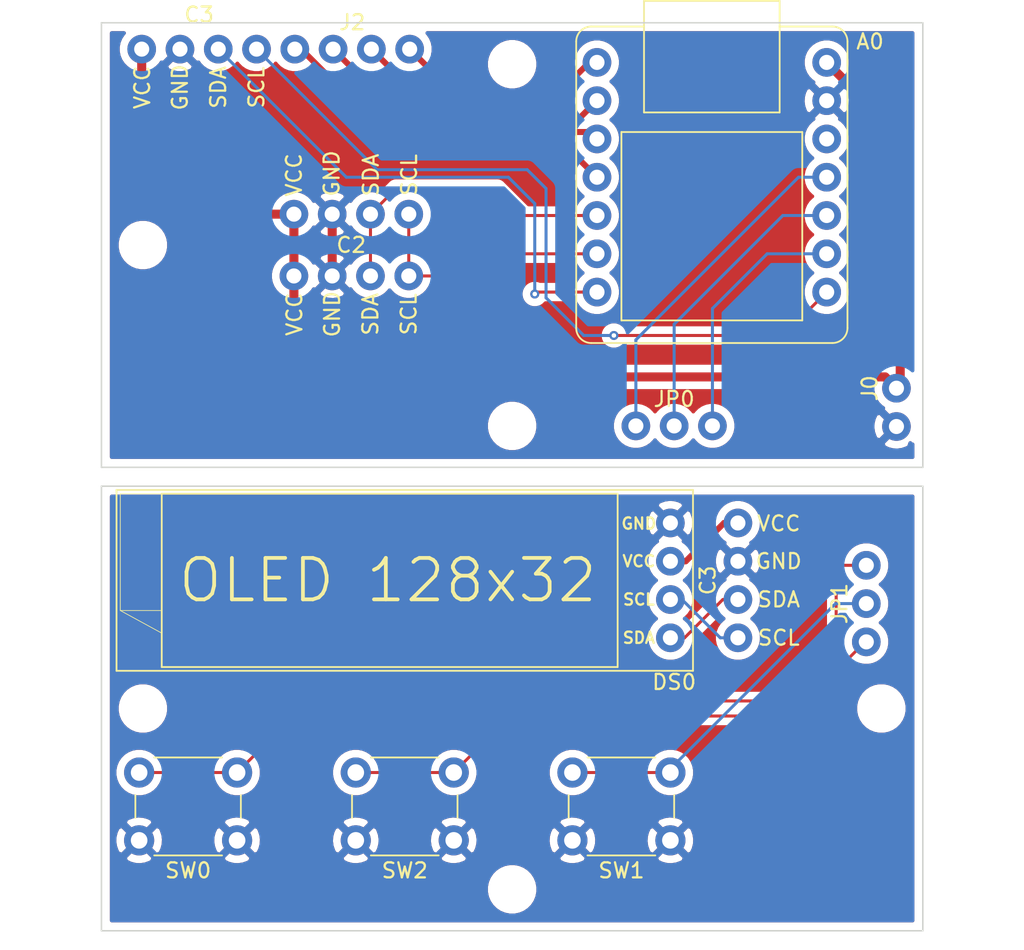
<source format=kicad_pcb>
(kicad_pcb (version 20171130) (host pcbnew "(5.1.9)-1")

  (general
    (thickness 1.6)
    (drawings 24)
    (tracks 85)
    (zones 0)
    (modules 19)
    (nets 15)
  )

  (page A4)
  (layers
    (0 F.Cu signal)
    (31 B.Cu signal)
    (32 B.Adhes user)
    (33 F.Adhes user)
    (34 B.Paste user)
    (35 F.Paste user)
    (36 B.SilkS user)
    (37 F.SilkS user)
    (38 B.Mask user)
    (39 F.Mask user)
    (40 Dwgs.User user)
    (41 Cmts.User user)
    (42 Eco1.User user)
    (43 Eco2.User user)
    (44 Edge.Cuts user)
    (45 Margin user)
    (46 B.CrtYd user)
    (47 F.CrtYd user)
    (48 B.Fab user)
    (49 F.Fab user)
  )

  (setup
    (last_trace_width 0.4)
    (user_trace_width 0.15)
    (user_trace_width 0.2)
    (user_trace_width 0.4)
    (user_trace_width 0.6)
    (trace_clearance 0.127)
    (zone_clearance 0.508)
    (zone_45_only no)
    (trace_min 0.127)
    (via_size 0.6)
    (via_drill 0.3)
    (via_min_size 0.6)
    (via_min_drill 0.3)
    (user_via 0.6 0.3)
    (user_via 0.9 0.4)
    (uvia_size 0.6858)
    (uvia_drill 0.3302)
    (uvias_allowed no)
    (uvia_min_size 0)
    (uvia_min_drill 0)
    (edge_width 0.0381)
    (segment_width 0.254)
    (pcb_text_width 0.3048)
    (pcb_text_size 1.524 1.524)
    (mod_edge_width 0.1524)
    (mod_text_size 0.8128 0.8128)
    (mod_text_width 0.1524)
    (pad_size 1.9 1.9)
    (pad_drill 1)
    (pad_to_mask_clearance 0)
    (solder_mask_min_width 0.12)
    (aux_axis_origin 0 0)
    (visible_elements 7FFFFFFF)
    (pcbplotparams
      (layerselection 0x210fc_ffffffff)
      (usegerberextensions false)
      (usegerberattributes true)
      (usegerberadvancedattributes true)
      (creategerberjobfile true)
      (excludeedgelayer false)
      (linewidth 0.100000)
      (plotframeref false)
      (viasonmask false)
      (mode 1)
      (useauxorigin false)
      (hpglpennumber 1)
      (hpglpenspeed 20)
      (hpglpendiameter 15.000000)
      (psnegative false)
      (psa4output false)
      (plotreference true)
      (plotvalue true)
      (plotinvisibletext false)
      (padsonsilk false)
      (subtractmaskfromsilk false)
      (outputformat 1)
      (mirror false)
      (drillshape 0)
      (scaleselection 1)
      (outputdirectory "plot/"))
  )

  (net 0 "")
  (net 1 "Net-(A0-Pad0)")
  (net 2 "Net-(A0-Pad1)")
  (net 3 "Net-(A0-Pad2)")
  (net 4 "Net-(A0-Pad3)")
  (net 5 "Net-(A0-Pad4)")
  (net 6 "Net-(A0-Pad5)")
  (net 7 "Net-(A0-Pad6)")
  (net 8 +5V)
  (net 9 GND)
  (net 10 "Net-(A0-Pad11)")
  (net 11 "Net-(A0-Pad10)")
  (net 12 "Net-(A0-Pad9)")
  (net 13 "Net-(A0-Pad8)")
  (net 14 "Net-(A0-Pad7)")

  (net_class Default "This is the default net class."
    (clearance 0.127)
    (trace_width 0.127)
    (via_dia 0.6)
    (via_drill 0.3)
    (uvia_dia 0.6858)
    (uvia_drill 0.3302)
    (diff_pair_width 0.1524)
    (diff_pair_gap 0.254)
    (add_net +5V)
    (add_net GND)
    (add_net "Net-(A0-Pad0)")
    (add_net "Net-(A0-Pad1)")
    (add_net "Net-(A0-Pad10)")
    (add_net "Net-(A0-Pad11)")
    (add_net "Net-(A0-Pad2)")
    (add_net "Net-(A0-Pad3)")
    (add_net "Net-(A0-Pad4)")
    (add_net "Net-(A0-Pad5)")
    (add_net "Net-(A0-Pad6)")
    (add_net "Net-(A0-Pad7)")
    (add_net "Net-(A0-Pad8)")
    (add_net "Net-(A0-Pad9)")
  )

  (module "0-Usefull Stuff:I2C_Header" (layer F.Cu) (tedit 6058CD89) (tstamp 605922C6)
    (at 142.48 87.25 270)
    (fp_text reference C3 (at 0 2 90) (layer F.SilkS)
      (effects (font (size 1 1) (thickness 0.15)))
    )
    (fp_text value I2C_Header (at 0.25 -5 90) (layer F.Fab)
      (effects (font (size 1 1) (thickness 0.15)))
    )
    (fp_text user SCL (at 3.81 -2.71) (layer F.SilkS)
      (effects (font (size 1 1) (thickness 0.15)))
    )
    (fp_text user SDA (at 1.27 -2.71) (layer F.SilkS)
      (effects (font (size 1 1) (thickness 0.15)))
    )
    (fp_text user GND (at -1.27 -2.71) (layer F.SilkS)
      (effects (font (size 1 1) (thickness 0.15)))
    )
    (fp_text user VCC (at -3.77 -2.71) (layer F.SilkS)
      (effects (font (size 1 1) (thickness 0.15)))
    )
    (pad 4 thru_hole circle (at 3.81 0 270) (size 1.9 1.9) (drill 1) (layers *.Cu *.Mask)
      (net 6 "Net-(A0-Pad5)"))
    (pad 3 thru_hole circle (at 1.27 0 270) (size 1.9 1.9) (drill 1) (layers *.Cu *.Mask)
      (net 5 "Net-(A0-Pad4)"))
    (pad 2 thru_hole circle (at -1.27 0 270) (size 1.9 1.9) (drill 1) (layers *.Cu *.Mask)
      (net 9 GND))
    (pad 1 thru_hole circle (at -3.81 0 270) (size 1.9 1.9) (drill 1) (layers *.Cu *.Mask)
      (net 8 +5V))
  )

  (module MountingHole:MountingHole_2.2mm_M2 (layer F.Cu) (tedit 56D1B4CB) (tstamp 60591CE8)
    (at 127.5 53)
    (descr "Mounting Hole 2.2mm, no annular, M2")
    (tags "mounting hole 2.2mm no annular m2")
    (attr virtual)
    (fp_text reference REF** (at 0 -3.2) (layer F.SilkS) hide
      (effects (font (size 1 1) (thickness 0.15)))
    )
    (fp_text value MountingHole_2.2mm_M2 (at 0 3.2) (layer F.Fab)
      (effects (font (size 1 1) (thickness 0.15)))
    )
    (fp_text user %R (at 0.3 0) (layer F.Fab)
      (effects (font (size 1 1) (thickness 0.15)))
    )
    (fp_circle (center 0 0) (end 2.2 0) (layer Cmts.User) (width 0.15))
    (fp_circle (center 0 0) (end 2.45 0) (layer F.CrtYd) (width 0.05))
    (pad 1 np_thru_hole circle (at 0 0) (size 2.2 2.2) (drill 2.2) (layers *.Cu *.Mask))
  )

  (module MountingHole:MountingHole_2.2mm_M2 (layer F.Cu) (tedit 56D1B4CB) (tstamp 60591A38)
    (at 103 95.75)
    (descr "Mounting Hole 2.2mm, no annular, M2")
    (tags "mounting hole 2.2mm no annular m2")
    (attr virtual)
    (fp_text reference REF** (at 0 -3.2) (layer F.SilkS) hide
      (effects (font (size 1 1) (thickness 0.15)))
    )
    (fp_text value MountingHole_2.2mm_M2 (at 0 3.2) (layer F.Fab)
      (effects (font (size 1 1) (thickness 0.15)))
    )
    (fp_text user %R (at 0.3 0) (layer F.Fab)
      (effects (font (size 1 1) (thickness 0.15)))
    )
    (fp_circle (center 0 0) (end 2.2 0) (layer Cmts.User) (width 0.15))
    (fp_circle (center 0 0) (end 2.45 0) (layer F.CrtYd) (width 0.05))
    (pad 1 np_thru_hole circle (at 0 0) (size 2.2 2.2) (drill 2.2) (layers *.Cu *.Mask))
  )

  (module MountingHole:MountingHole_2.2mm_M2 (layer F.Cu) (tedit 56D1B4CB) (tstamp 60591A14)
    (at 127.5 107.75)
    (descr "Mounting Hole 2.2mm, no annular, M2")
    (tags "mounting hole 2.2mm no annular m2")
    (attr virtual)
    (fp_text reference REF** (at 0 -3.2) (layer F.SilkS) hide
      (effects (font (size 1 1) (thickness 0.15)))
    )
    (fp_text value MountingHole_2.2mm_M2 (at 0 3.2) (layer F.Fab)
      (effects (font (size 1 1) (thickness 0.15)))
    )
    (fp_text user %R (at 0.3 0) (layer F.Fab)
      (effects (font (size 1 1) (thickness 0.15)))
    )
    (fp_circle (center 0 0) (end 2.2 0) (layer Cmts.User) (width 0.15))
    (fp_circle (center 0 0) (end 2.45 0) (layer F.CrtYd) (width 0.05))
    (pad 1 np_thru_hole circle (at 0 0) (size 2.2 2.2) (drill 2.2) (layers *.Cu *.Mask))
  )

  (module MountingHole:MountingHole_2.2mm_M2 (layer F.Cu) (tedit 56D1B4CB) (tstamp 605919F0)
    (at 152 95.75)
    (descr "Mounting Hole 2.2mm, no annular, M2")
    (tags "mounting hole 2.2mm no annular m2")
    (attr virtual)
    (fp_text reference REF** (at 0 -3.2) (layer F.SilkS) hide
      (effects (font (size 1 1) (thickness 0.15)))
    )
    (fp_text value MountingHole_2.2mm_M2 (at 0 3.2) (layer F.Fab)
      (effects (font (size 1 1) (thickness 0.15)))
    )
    (fp_text user %R (at 0.3 0) (layer F.Fab)
      (effects (font (size 1 1) (thickness 0.15)))
    )
    (fp_circle (center 0 0) (end 2.2 0) (layer Cmts.User) (width 0.15))
    (fp_circle (center 0 0) (end 2.45 0) (layer F.CrtYd) (width 0.05))
    (pad 1 np_thru_hole circle (at 0 0) (size 2.2 2.2) (drill 2.2) (layers *.Cu *.Mask))
  )

  (module MountingHole:MountingHole_2.2mm_M2 (layer F.Cu) (tedit 56D1B4CB) (tstamp 605919CC)
    (at 127.5 77)
    (descr "Mounting Hole 2.2mm, no annular, M2")
    (tags "mounting hole 2.2mm no annular m2")
    (attr virtual)
    (fp_text reference REF** (at 0 -3.2) (layer F.SilkS) hide
      (effects (font (size 1 1) (thickness 0.15)))
    )
    (fp_text value MountingHole_2.2mm_M2 (at 0 3.2) (layer F.Fab)
      (effects (font (size 1 1) (thickness 0.15)))
    )
    (fp_text user %R (at 0.3 0) (layer F.Fab)
      (effects (font (size 1 1) (thickness 0.15)))
    )
    (fp_circle (center 0 0) (end 2.2 0) (layer Cmts.User) (width 0.15))
    (fp_circle (center 0 0) (end 2.45 0) (layer F.CrtYd) (width 0.05))
    (pad 1 np_thru_hole circle (at 0 0) (size 2.2 2.2) (drill 2.2) (layers *.Cu *.Mask))
  )

  (module MountingHole:MountingHole_2.2mm_M2 (layer F.Cu) (tedit 56D1B4CB) (tstamp 60591C58)
    (at 103 65)
    (descr "Mounting Hole 2.2mm, no annular, M2")
    (tags "mounting hole 2.2mm no annular m2")
    (attr virtual)
    (fp_text reference REF** (at 0 -3.2) (layer F.SilkS) hide
      (effects (font (size 1 1) (thickness 0.15)))
    )
    (fp_text value MountingHole_2.2mm_M2 (at 0 3.2) (layer F.Fab)
      (effects (font (size 1 1) (thickness 0.15)))
    )
    (fp_text user %R (at 0.3 0) (layer F.Fab)
      (effects (font (size 1 1) (thickness 0.15)))
    )
    (fp_circle (center 0 0) (end 2.2 0) (layer Cmts.User) (width 0.15))
    (fp_circle (center 0 0) (end 2.45 0) (layer F.CrtYd) (width 0.05))
    (pad 1 np_thru_hole circle (at 0 0) (size 2.2 2.2) (drill 2.2) (layers *.Cu *.Mask))
  )

  (module "0-Components:OLED_128x32_Doudou_SSD1306" (layer F.Cu) (tedit 6058C097) (tstamp 605921A1)
    (at 120.5 87.25 180)
    (path /605CCA1A)
    (fp_text reference DS0 (at -17.75 -6.75) (layer F.SilkS)
      (effects (font (size 1 1) (thickness 0.15)))
    )
    (fp_text value OLED (at 1.25 -4.25) (layer F.Fab)
      (effects (font (size 1 1) (thickness 0.15)))
    )
    (fp_line (start 19 -2) (end 16.25 -2) (layer F.SilkS) (width 0.05))
    (fp_line (start 19 5.75) (end 19 -2) (layer F.SilkS) (width 0.05))
    (fp_line (start 16.25 5.75) (end 19 5.75) (layer F.SilkS) (width 0.05))
    (fp_line (start 19 -2) (end 16.25 -3.5) (layer F.SilkS) (width 0.05))
    (fp_line (start -14 5.75) (end 16.25 5.75) (layer F.SilkS) (width 0.12))
    (fp_line (start 16.25 -5.75) (end -14 -5.75) (layer F.SilkS) (width 0.12))
    (fp_line (start 16.25 -5.75) (end 16.25 5.75) (layer F.SilkS) (width 0.12))
    (fp_line (start -14 -5.75) (end -14 5.75) (layer F.SilkS) (width 0.12))
    (fp_line (start 19.25 6) (end -19 6) (layer F.Fab) (width 0.12))
    (fp_line (start 19.25 -6) (end 19.25 6) (layer F.Fab) (width 0.12))
    (fp_line (start -19 -6) (end 19.25 -6) (layer F.Fab) (width 0.12))
    (fp_line (start -19 6) (end -19 -6) (layer F.Fab) (width 0.12))
    (fp_line (start 19.25 -6) (end 19.25 6) (layer F.SilkS) (width 0.12))
    (fp_line (start -19 6) (end -19 -6) (layer F.SilkS) (width 0.12))
    (fp_line (start -19 6) (end 19.25 6) (layer F.SilkS) (width 0.12))
    (fp_line (start -19 -6) (end 19.25 -6) (layer F.SilkS) (width 0.12))
    (fp_text user VCC (at -15.41 1.27 180) (layer F.SilkS)
      (effects (font (size 0.75 0.75) (thickness 0.15)))
    )
    (fp_text user GND (at -15.41 3.77 180) (layer F.SilkS)
      (effects (font (size 0.75 0.75) (thickness 0.15)))
    )
    (fp_text user SDA (at -15.41 -3.81 180) (layer F.SilkS)
      (effects (font (size 0.75 0.75) (thickness 0.15)))
    )
    (fp_text user SCL (at -15.41 -1.27 180) (layer F.SilkS)
      (effects (font (size 0.75 0.75) (thickness 0.15)))
    )
    (fp_text user "OLED 128x32" (at 1.25 0) (layer F.SilkS)
      (effects (font (size 2.75 2.75) (thickness 0.25)))
    )
    (pad 1 thru_hole circle (at -17.5 1.27 270) (size 1.9 1.9) (drill 1) (layers *.Cu *.Mask)
      (net 8 +5V))
    (pad 2 thru_hole circle (at -17.5 3.81 270) (size 1.9 1.9) (drill 1) (layers *.Cu *.Mask)
      (net 9 GND))
    (pad 3 thru_hole circle (at -17.5 -3.81 270) (size 1.9 1.9) (drill 1) (layers *.Cu *.Mask)
      (net 5 "Net-(A0-Pad4)"))
    (pad 4 thru_hole circle (at -17.5 -1.27 270) (size 1.9 1.9) (drill 1) (layers *.Cu *.Mask)
      (net 6 "Net-(A0-Pad5)"))
  )

  (module 0-Pin_Pads:SolderPinPad_3x_1mmDrill (layer F.Cu) (tedit 6058B505) (tstamp 60591ECF)
    (at 151 88.79 90)
    (fp_text reference JP1 (at 0 -1.778 90) (layer F.SilkS)
      (effects (font (size 1 1) (thickness 0.15)))
    )
    (fp_text value BtnJumper (at -1.27 3.175 90) (layer F.Fab)
      (effects (font (size 1 1) (thickness 0.15)))
    )
    (pad 1 thru_hole circle (at -2.54 0 90) (size 1.9 1.9) (drill 1) (layers *.Cu *.Mask)
      (net 11 "Net-(A0-Pad10)"))
    (pad 2 thru_hole circle (at 0 0 90) (size 1.9 1.9) (drill 1) (layers *.Cu *.Mask)
      (net 12 "Net-(A0-Pad9)"))
    (pad 3 thru_hole circle (at 2.54 0 90) (size 1.9 1.9) (drill 1) (layers *.Cu *.Mask)
      (net 13 "Net-(A0-Pad8)"))
  )

  (module "0-Usefull Stuff:I2C_Header" (layer F.Cu) (tedit 6058B70D) (tstamp 60578EB4)
    (at 106.73 52)
    (path /605BF77B)
    (fp_text reference C3 (at 0 -2.286) (layer F.SilkS)
      (effects (font (size 1 1) (thickness 0.15)))
    )
    (fp_text value I2C_In (at 0 5.08) (layer F.Fab)
      (effects (font (size 1 1) (thickness 0.15)))
    )
    (fp_text user SCL (at 3.81 2.54 90) (layer F.SilkS)
      (effects (font (size 1 1) (thickness 0.15)))
    )
    (fp_text user SDA (at 1.27 2.54 90) (layer F.SilkS)
      (effects (font (size 1 1) (thickness 0.15)))
    )
    (fp_text user GND (at -1.27 2.54 90) (layer F.SilkS)
      (effects (font (size 1 1) (thickness 0.15)))
    )
    (fp_text user VCC (at -3.77 2.54 90) (layer F.SilkS)
      (effects (font (size 1 1) (thickness 0.15)))
    )
    (pad 4 thru_hole circle (at 3.81 0) (size 1.9 1.9) (drill 1) (layers *.Cu *.Mask)
      (net 14 "Net-(A0-Pad7)"))
    (pad 3 thru_hole circle (at 1.27 0) (size 1.9 1.9) (drill 1) (layers *.Cu *.Mask)
      (net 7 "Net-(A0-Pad6)"))
    (pad 2 thru_hole circle (at -1.27 0) (size 1.9 1.9) (drill 1) (layers *.Cu *.Mask)
      (net 9 GND))
    (pad 1 thru_hole circle (at -3.81 0) (size 1.9 1.9) (drill 1) (layers *.Cu *.Mask)
      (net 8 +5V))
  )

  (module "0-Usefull Stuff:I2C_Header" (layer F.Cu) (tedit 6058B70D) (tstamp 6058BEE0)
    (at 116.83 62.95)
    (path /605ABD68)
    (fp_text reference C2 (at -4.2 3.5) (layer F.SilkS) hide
      (effects (font (size 1 1) (thickness 0.15)))
    )
    (fp_text value I2C_BUS (at 0 5.08) (layer F.Fab)
      (effects (font (size 1 1) (thickness 0.15)))
    )
    (fp_text user SCL (at 3.84 -2.6 90) (layer F.SilkS)
      (effects (font (size 1 1) (thickness 0.15)))
    )
    (fp_text user SDA (at 1.3 -2.6 90) (layer F.SilkS)
      (effects (font (size 1 1) (thickness 0.15)))
    )
    (fp_text user GND (at -1.3 -2.7 90) (layer F.SilkS)
      (effects (font (size 1 1) (thickness 0.15)))
    )
    (fp_text user VCC (at -3.8 -2.6 90) (layer F.SilkS)
      (effects (font (size 1 1) (thickness 0.15)))
    )
    (pad 4 thru_hole circle (at 3.81 0) (size 1.9 1.9) (drill 1) (layers *.Cu *.Mask)
      (net 6 "Net-(A0-Pad5)"))
    (pad 3 thru_hole circle (at 1.27 0) (size 1.9 1.9) (drill 1) (layers *.Cu *.Mask)
      (net 5 "Net-(A0-Pad4)"))
    (pad 2 thru_hole circle (at -1.27 0) (size 1.9 1.9) (drill 1) (layers *.Cu *.Mask)
      (net 9 GND))
    (pad 1 thru_hole circle (at -3.81 0) (size 1.9 1.9) (drill 1) (layers *.Cu *.Mask))
  )

  (module "0-Usefull Stuff:I2C_Header" (layer F.Cu) (tedit 6058B70D) (tstamp 605792E7)
    (at 116.83 67.05)
    (path /605ABD68)
    (fp_text reference C2 (at -0.01 -2.05) (layer F.SilkS)
      (effects (font (size 1 1) (thickness 0.15)))
    )
    (fp_text value I2C_BUS (at 0 5.08) (layer F.Fab)
      (effects (font (size 1 1) (thickness 0.15)))
    )
    (fp_text user SCL (at 3.81 2.54 90) (layer F.SilkS)
      (effects (font (size 1 1) (thickness 0.15)))
    )
    (fp_text user SDA (at 1.27 2.54 90) (layer F.SilkS)
      (effects (font (size 1 1) (thickness 0.15)))
    )
    (fp_text user GND (at -1.27 2.54 90) (layer F.SilkS)
      (effects (font (size 1 1) (thickness 0.15)))
    )
    (fp_text user VCC (at -3.77 2.54 90) (layer F.SilkS)
      (effects (font (size 1 1) (thickness 0.15)))
    )
    (pad 4 thru_hole circle (at 3.81 0) (size 1.9 1.9) (drill 1) (layers *.Cu *.Mask)
      (net 6 "Net-(A0-Pad5)"))
    (pad 3 thru_hole circle (at 1.27 0) (size 1.9 1.9) (drill 1) (layers *.Cu *.Mask)
      (net 5 "Net-(A0-Pad4)"))
    (pad 2 thru_hole circle (at -1.27 0) (size 1.9 1.9) (drill 1) (layers *.Cu *.Mask)
      (net 9 GND))
    (pad 1 thru_hole circle (at -3.81 0) (size 1.9 1.9) (drill 1) (layers *.Cu *.Mask)
      (net 8 +5V))
  )

  (module 0-Pin_Pads:SolderPinPad_3x_1mmDrill (layer F.Cu) (tedit 6058B505) (tstamp 6058BCE8)
    (at 138.25 77)
    (fp_text reference JP0 (at 0 -1.778) (layer F.SilkS)
      (effects (font (size 1 1) (thickness 0.15)))
    )
    (fp_text value BtnJumper (at 0 1.75) (layer F.Fab)
      (effects (font (size 1 1) (thickness 0.15)))
    )
    (pad 3 thru_hole circle (at 2.54 0) (size 1.9 1.9) (drill 1) (layers *.Cu *.Mask)
      (net 13 "Net-(A0-Pad8)"))
    (pad 2 thru_hole circle (at 0 0) (size 1.9 1.9) (drill 1) (layers *.Cu *.Mask)
      (net 12 "Net-(A0-Pad9)"))
    (pad 1 thru_hole circle (at -2.54 0) (size 1.9 1.9) (drill 1) (layers *.Cu *.Mask)
      (net 11 "Net-(A0-Pad10)"))
  )

  (module "0-MCUs:Seeed Xiao" (layer F.Cu) (tedit 60564D24) (tstamp 60578CA6)
    (at 140.75 60.5)
    (path /6056B243)
    (fp_text reference A0 (at 10.5 -9) (layer F.SilkS)
      (effects (font (size 1 1) (thickness 0.15)))
    )
    (fp_text value Seed_Xiao_1.x (at 0 12) (layer F.Fab)
      (effects (font (size 1 1) (thickness 0.15)))
    )
    (fp_line (start 9 -9) (end 9 10) (layer F.SilkS) (width 0.12))
    (fp_line (start 8 11) (end -8 11) (layer F.SilkS) (width 0.12))
    (fp_line (start -9 10) (end -9 -9) (layer F.SilkS) (width 0.12))
    (fp_line (start -9 11) (end -9 -10) (layer F.Fab) (width 0.12))
    (fp_line (start -9 -10) (end 9 -10) (layer F.Fab) (width 0.12))
    (fp_line (start 9 -10) (end 9 11) (layer F.Fab) (width 0.12))
    (fp_line (start 9 11) (end -9 11) (layer F.Fab) (width 0.12))
    (fp_line (start -4.5 -11.7) (end 4.5 -11.7) (layer F.SilkS) (width 0.12))
    (fp_line (start 4.5 -11.7) (end 4.5 -4.3) (layer F.SilkS) (width 0.12))
    (fp_line (start 4.5 -4.3) (end -4.5 -4.3) (layer F.SilkS) (width 0.12))
    (fp_line (start -4.5 -4.3) (end -4.5 -11.7) (layer F.SilkS) (width 0.12))
    (fp_line (start -8 -10) (end -4.5 -10) (layer F.SilkS) (width 0.12))
    (fp_line (start 4.5 -10) (end 8 -10) (layer F.SilkS) (width 0.12))
    (fp_line (start -6 -3) (end 6 -3) (layer F.SilkS) (width 0.12))
    (fp_line (start 6 -3) (end 6 9.5) (layer F.SilkS) (width 0.12))
    (fp_line (start 6 9.5) (end -6 9.5) (layer F.SilkS) (width 0.12))
    (fp_line (start -6 9.5) (end -6 -3) (layer F.SilkS) (width 0.12))
    (fp_arc (start -8 -9) (end -8 -10) (angle -90) (layer F.SilkS) (width 0.12))
    (fp_arc (start 8 -9) (end 9 -9) (angle -90) (layer F.SilkS) (width 0.12))
    (fp_arc (start 8 10) (end 8 11) (angle -90) (layer F.SilkS) (width 0.12))
    (fp_arc (start -8 10) (end -9 10) (angle -90) (layer F.SilkS) (width 0.12))
    (pad 0 thru_hole circle (at -7.62 -7.62) (size 1.9 1.9) (drill 1) (layers *.Cu *.Mask)
      (net 1 "Net-(A0-Pad0)"))
    (pad 1 thru_hole circle (at -7.62 -5.08) (size 1.9 1.9) (drill 1) (layers *.Cu *.Mask)
      (net 2 "Net-(A0-Pad1)"))
    (pad 2 thru_hole circle (at -7.62 -2.54) (size 1.9 1.9) (drill 1) (layers *.Cu *.Mask)
      (net 3 "Net-(A0-Pad2)"))
    (pad 3 thru_hole circle (at -7.62 0) (size 1.9 1.9) (drill 1) (layers *.Cu *.Mask)
      (net 4 "Net-(A0-Pad3)"))
    (pad 4 thru_hole circle (at -7.62 2.54) (size 1.9 1.9) (drill 1) (layers *.Cu *.Mask)
      (net 5 "Net-(A0-Pad4)"))
    (pad 5 thru_hole circle (at -7.62 5.08) (size 1.9 1.9) (drill 1) (layers *.Cu *.Mask)
      (net 6 "Net-(A0-Pad5)"))
    (pad 6 thru_hole circle (at -7.62 7.62) (size 1.9 1.9) (drill 1) (layers *.Cu *.Mask)
      (net 7 "Net-(A0-Pad6)"))
    (pad 13 thru_hole circle (at 7.62 -7.62) (size 1.9 1.9) (drill 1) (layers *.Cu *.Mask)
      (net 8 +5V))
    (pad 12 thru_hole circle (at 7.62 -5.08) (size 1.9 1.9) (drill 1) (layers *.Cu *.Mask)
      (net 9 GND))
    (pad 11 thru_hole circle (at 7.62 -2.54) (size 1.9 1.9) (drill 1) (layers *.Cu *.Mask)
      (net 10 "Net-(A0-Pad11)"))
    (pad 10 thru_hole circle (at 7.62 0) (size 1.9 1.9) (drill 1) (layers *.Cu *.Mask)
      (net 11 "Net-(A0-Pad10)"))
    (pad 9 thru_hole circle (at 7.62 2.54) (size 1.9 1.9) (drill 1) (layers *.Cu *.Mask)
      (net 12 "Net-(A0-Pad9)"))
    (pad 8 thru_hole circle (at 7.62 5.08) (size 1.9 1.9) (drill 1) (layers *.Cu *.Mask)
      (net 13 "Net-(A0-Pad8)"))
    (pad 7 thru_hole circle (at 7.62 7.62) (size 1.9 1.9) (drill 1) (layers *.Cu *.Mask)
      (net 14 "Net-(A0-Pad7)"))
  )

  (module 0-Pin_Pads:SolderPinPad_Hdr_2x_1mmDrill (layer F.Cu) (tedit 6054DB49) (tstamp 60578A4F)
    (at 153 77.04 90)
    (path /6060E371)
    (fp_text reference J0 (at 2.54 -1.778 90) (layer F.SilkS)
      (effects (font (size 1 1) (thickness 0.15)))
    )
    (fp_text value "Power Hdr" (at 0.635 3.81 90) (layer F.Fab)
      (effects (font (size 1 1) (thickness 0.15)))
    )
    (pad 1 thru_hole circle (at 2.54 0 90) (size 1.9 1.9) (drill 1) (layers *.Cu *.Mask)
      (net 8 +5V))
    (pad 2 thru_hole circle (at 0 0 90) (size 1.9 1.9) (drill 1) (layers *.Cu *.Mask)
      (net 9 GND))
  )

  (module 0-Pin_Pads:SolderPinPad_Hdr_4xInline_1mmDrill (layer F.Cu) (tedit 6054DBA5) (tstamp 605795C5)
    (at 116.89 52)
    (path /60625A6E)
    (fp_text reference J2 (at 0 -1.778) (layer F.SilkS)
      (effects (font (size 1 1) (thickness 0.15)))
    )
    (fp_text value "Analog Hdr" (at -0.635 3.175) (layer F.Fab)
      (effects (font (size 1 1) (thickness 0.15)))
    )
    (pad 1 thru_hole circle (at -3.81 0) (size 1.9 1.9) (drill 1) (layers *.Cu *.Mask)
      (net 4 "Net-(A0-Pad3)"))
    (pad 2 thru_hole circle (at -1.27 0) (size 1.9 1.9) (drill 1) (layers *.Cu *.Mask)
      (net 3 "Net-(A0-Pad2)"))
    (pad 3 thru_hole circle (at 1.27 0) (size 1.9 1.9) (drill 1) (layers *.Cu *.Mask)
      (net 2 "Net-(A0-Pad1)"))
    (pad 4 thru_hole circle (at 3.81 0) (size 1.9 1.9) (drill 1) (layers *.Cu *.Mask)
      (net 1 "Net-(A0-Pad0)"))
  )

  (module Button_Switch_THT:SW_PUSH_6mm (layer F.Cu) (tedit 6058C400) (tstamp 60591B91)
    (at 109.25 104.5 180)
    (descr https://www.omron.com/ecb/products/pdf/en-b3f.pdf)
    (tags "tact sw push 6mm")
    (path /605D5EF7)
    (fp_text reference SW0 (at 3.25 -2) (layer F.SilkS)
      (effects (font (size 1 1) (thickness 0.15)))
    )
    (fp_text value Aux (at 3.75 6.7) (layer F.Fab)
      (effects (font (size 1 1) (thickness 0.15)))
    )
    (fp_circle (center 3.25 2.25) (end 1.25 2.5) (layer F.Fab) (width 0.1))
    (fp_line (start 6.75 3) (end 6.75 1.5) (layer F.SilkS) (width 0.12))
    (fp_line (start 5.5 -1) (end 1 -1) (layer F.SilkS) (width 0.12))
    (fp_line (start -0.25 1.5) (end -0.25 3) (layer F.SilkS) (width 0.12))
    (fp_line (start 1 5.5) (end 5.5 5.5) (layer F.SilkS) (width 0.12))
    (fp_line (start 8 -1.25) (end 8 5.75) (layer F.CrtYd) (width 0.05))
    (fp_line (start 7.75 6) (end -1.25 6) (layer F.CrtYd) (width 0.05))
    (fp_line (start -1.5 5.75) (end -1.5 -1.25) (layer F.CrtYd) (width 0.05))
    (fp_line (start -1.25 -1.5) (end 7.75 -1.5) (layer F.CrtYd) (width 0.05))
    (fp_line (start -1.5 6) (end -1.25 6) (layer F.CrtYd) (width 0.05))
    (fp_line (start -1.5 5.75) (end -1.5 6) (layer F.CrtYd) (width 0.05))
    (fp_line (start -1.5 -1.5) (end -1.25 -1.5) (layer F.CrtYd) (width 0.05))
    (fp_line (start -1.5 -1.25) (end -1.5 -1.5) (layer F.CrtYd) (width 0.05))
    (fp_line (start 8 -1.5) (end 8 -1.25) (layer F.CrtYd) (width 0.05))
    (fp_line (start 7.75 -1.5) (end 8 -1.5) (layer F.CrtYd) (width 0.05))
    (fp_line (start 8 6) (end 8 5.75) (layer F.CrtYd) (width 0.05))
    (fp_line (start 7.75 6) (end 8 6) (layer F.CrtYd) (width 0.05))
    (fp_line (start 0.25 -0.75) (end 3.25 -0.75) (layer F.Fab) (width 0.1))
    (fp_line (start 0.25 5.25) (end 0.25 -0.75) (layer F.Fab) (width 0.1))
    (fp_line (start 6.25 5.25) (end 0.25 5.25) (layer F.Fab) (width 0.1))
    (fp_line (start 6.25 -0.75) (end 6.25 5.25) (layer F.Fab) (width 0.1))
    (fp_line (start 3.25 -0.75) (end 6.25 -0.75) (layer F.Fab) (width 0.1))
    (fp_text user %R (at 3.25 2.25) (layer F.Fab)
      (effects (font (size 1 1) (thickness 0.15)))
    )
    (pad 2 thru_hole circle (at 0 4.5 270) (size 2 2) (drill 1.1) (layers *.Cu *.Mask)
      (net 13 "Net-(A0-Pad8)"))
    (pad 1 thru_hole circle (at 0 0 270) (size 2 2) (drill 1.1) (layers *.Cu *.Mask)
      (net 9 GND))
    (pad 2 thru_hole circle (at 6.5 4.5 270) (size 2 2) (drill 1.1) (layers *.Cu *.Mask)
      (net 13 "Net-(A0-Pad8)"))
    (pad 1 thru_hole circle (at 6.5 0 270) (size 2 2) (drill 1.1) (layers *.Cu *.Mask)
      (net 9 GND))
    (model ${KISYS3DMOD}/Button_Switch_THT.3dshapes/SW_PUSH_6mm.wrl
      (at (xyz 0 0 0))
      (scale (xyz 1 1 1))
      (rotate (xyz 0 0 0))
    )
  )

  (module Button_Switch_THT:SW_PUSH_6mm (layer F.Cu) (tedit 6058C428) (tstamp 60591B37)
    (at 138 104.5 180)
    (descr https://www.omron.com/ecb/products/pdf/en-b3f.pdf)
    (tags "tact sw push 6mm")
    (path /605C6C4D)
    (fp_text reference SW1 (at 3.25 -2) (layer F.SilkS)
      (effects (font (size 1 1) (thickness 0.15)))
    )
    (fp_text value "Disp Mode" (at 3.75 6.7) (layer F.Fab)
      (effects (font (size 1 1) (thickness 0.15)))
    )
    (fp_line (start 3.25 -0.75) (end 6.25 -0.75) (layer F.Fab) (width 0.1))
    (fp_line (start 6.25 -0.75) (end 6.25 5.25) (layer F.Fab) (width 0.1))
    (fp_line (start 6.25 5.25) (end 0.25 5.25) (layer F.Fab) (width 0.1))
    (fp_line (start 0.25 5.25) (end 0.25 -0.75) (layer F.Fab) (width 0.1))
    (fp_line (start 0.25 -0.75) (end 3.25 -0.75) (layer F.Fab) (width 0.1))
    (fp_line (start 7.75 6) (end 8 6) (layer F.CrtYd) (width 0.05))
    (fp_line (start 8 6) (end 8 5.75) (layer F.CrtYd) (width 0.05))
    (fp_line (start 7.75 -1.5) (end 8 -1.5) (layer F.CrtYd) (width 0.05))
    (fp_line (start 8 -1.5) (end 8 -1.25) (layer F.CrtYd) (width 0.05))
    (fp_line (start -1.5 -1.25) (end -1.5 -1.5) (layer F.CrtYd) (width 0.05))
    (fp_line (start -1.5 -1.5) (end -1.25 -1.5) (layer F.CrtYd) (width 0.05))
    (fp_line (start -1.5 5.75) (end -1.5 6) (layer F.CrtYd) (width 0.05))
    (fp_line (start -1.5 6) (end -1.25 6) (layer F.CrtYd) (width 0.05))
    (fp_line (start -1.25 -1.5) (end 7.75 -1.5) (layer F.CrtYd) (width 0.05))
    (fp_line (start -1.5 5.75) (end -1.5 -1.25) (layer F.CrtYd) (width 0.05))
    (fp_line (start 7.75 6) (end -1.25 6) (layer F.CrtYd) (width 0.05))
    (fp_line (start 8 -1.25) (end 8 5.75) (layer F.CrtYd) (width 0.05))
    (fp_line (start 1 5.5) (end 5.5 5.5) (layer F.SilkS) (width 0.12))
    (fp_line (start -0.25 1.5) (end -0.25 3) (layer F.SilkS) (width 0.12))
    (fp_line (start 5.5 -1) (end 1 -1) (layer F.SilkS) (width 0.12))
    (fp_line (start 6.75 3) (end 6.75 1.5) (layer F.SilkS) (width 0.12))
    (fp_circle (center 3.25 2.25) (end 1.25 2.5) (layer F.Fab) (width 0.1))
    (fp_text user %R (at 3.25 2.25) (layer F.Fab)
      (effects (font (size 1 1) (thickness 0.15)))
    )
    (pad 1 thru_hole circle (at 6.5 0 270) (size 2 2) (drill 1.1) (layers *.Cu *.Mask)
      (net 9 GND))
    (pad 2 thru_hole circle (at 6.5 4.5 270) (size 2 2) (drill 1.1) (layers *.Cu *.Mask)
      (net 12 "Net-(A0-Pad9)"))
    (pad 1 thru_hole circle (at 0 0 270) (size 2 2) (drill 1.1) (layers *.Cu *.Mask)
      (net 9 GND))
    (pad 2 thru_hole circle (at 0 4.5 270) (size 2 2) (drill 1.1) (layers *.Cu *.Mask)
      (net 12 "Net-(A0-Pad9)"))
    (model ${KISYS3DMOD}/Button_Switch_THT.3dshapes/SW_PUSH_6mm.wrl
      (at (xyz 0 0 0))
      (scale (xyz 1 1 1))
      (rotate (xyz 0 0 0))
    )
  )

  (module Button_Switch_THT:SW_PUSH_6mm (layer F.Cu) (tedit 6058C414) (tstamp 60591ADD)
    (at 123.625 104.5 180)
    (descr https://www.omron.com/ecb/products/pdf/en-b3f.pdf)
    (tags "tact sw push 6mm")
    (path /605C1A09)
    (fp_text reference SW2 (at 3.25 -2) (layer F.SilkS)
      (effects (font (size 1 1) (thickness 0.15)))
    )
    (fp_text value "Input Mode" (at 3.75 6.7) (layer F.Fab)
      (effects (font (size 1 1) (thickness 0.15)))
    )
    (fp_circle (center 3.25 2.25) (end 1.25 2.5) (layer F.Fab) (width 0.1))
    (fp_line (start 6.75 3) (end 6.75 1.5) (layer F.SilkS) (width 0.12))
    (fp_line (start 5.5 -1) (end 1 -1) (layer F.SilkS) (width 0.12))
    (fp_line (start -0.25 1.5) (end -0.25 3) (layer F.SilkS) (width 0.12))
    (fp_line (start 1 5.5) (end 5.5 5.5) (layer F.SilkS) (width 0.12))
    (fp_line (start 8 -1.25) (end 8 5.75) (layer F.CrtYd) (width 0.05))
    (fp_line (start 7.75 6) (end -1.25 6) (layer F.CrtYd) (width 0.05))
    (fp_line (start -1.5 5.75) (end -1.5 -1.25) (layer F.CrtYd) (width 0.05))
    (fp_line (start -1.25 -1.5) (end 7.75 -1.5) (layer F.CrtYd) (width 0.05))
    (fp_line (start -1.5 6) (end -1.25 6) (layer F.CrtYd) (width 0.05))
    (fp_line (start -1.5 5.75) (end -1.5 6) (layer F.CrtYd) (width 0.05))
    (fp_line (start -1.5 -1.5) (end -1.25 -1.5) (layer F.CrtYd) (width 0.05))
    (fp_line (start -1.5 -1.25) (end -1.5 -1.5) (layer F.CrtYd) (width 0.05))
    (fp_line (start 8 -1.5) (end 8 -1.25) (layer F.CrtYd) (width 0.05))
    (fp_line (start 7.75 -1.5) (end 8 -1.5) (layer F.CrtYd) (width 0.05))
    (fp_line (start 8 6) (end 8 5.75) (layer F.CrtYd) (width 0.05))
    (fp_line (start 7.75 6) (end 8 6) (layer F.CrtYd) (width 0.05))
    (fp_line (start 0.25 -0.75) (end 3.25 -0.75) (layer F.Fab) (width 0.1))
    (fp_line (start 0.25 5.25) (end 0.25 -0.75) (layer F.Fab) (width 0.1))
    (fp_line (start 6.25 5.25) (end 0.25 5.25) (layer F.Fab) (width 0.1))
    (fp_line (start 6.25 -0.75) (end 6.25 5.25) (layer F.Fab) (width 0.1))
    (fp_line (start 3.25 -0.75) (end 6.25 -0.75) (layer F.Fab) (width 0.1))
    (fp_text user %R (at 3.25 2.25) (layer F.Fab)
      (effects (font (size 1 1) (thickness 0.15)))
    )
    (pad 2 thru_hole circle (at 0 4.5 270) (size 2 2) (drill 1.1) (layers *.Cu *.Mask)
      (net 11 "Net-(A0-Pad10)"))
    (pad 1 thru_hole circle (at 0 0 270) (size 2 2) (drill 1.1) (layers *.Cu *.Mask)
      (net 9 GND))
    (pad 2 thru_hole circle (at 6.5 4.5 270) (size 2 2) (drill 1.1) (layers *.Cu *.Mask)
      (net 11 "Net-(A0-Pad10)"))
    (pad 1 thru_hole circle (at 6.5 0 270) (size 2 2) (drill 1.1) (layers *.Cu *.Mask)
      (net 9 GND))
    (model ${KISYS3DMOD}/Button_Switch_THT.3dshapes/SW_PUSH_6mm.wrl
      (at (xyz 0 0 0))
      (scale (xyz 1 1 1))
      (rotate (xyz 0 0 0))
    )
  )

  (gr_line (start 100.25 110.5) (end 100.25 81) (layer Edge.Cuts) (width 0.1) (tstamp 60591CAB))
  (gr_line (start 154.75 110.5) (end 100.25 110.5) (layer Edge.Cuts) (width 0.1))
  (gr_line (start 154.75 81) (end 154.75 110.5) (layer Edge.Cuts) (width 0.1))
  (gr_line (start 100.25 81) (end 154.75 81) (layer Edge.Cuts) (width 0.1))
  (gr_line (start 154.75 79.75) (end 154.75 50.25) (layer Edge.Cuts) (width 0.1) (tstamp 605797A6))
  (gr_line (start 100.25 79.75) (end 100.25 50.25) (layer Edge.Cuts) (width 0.1) (tstamp 60579797))
  (gr_line (start 100.25 79.75) (end 154.75 79.75) (layer Edge.Cuts) (width 0.1) (tstamp 6057977E))
  (gr_line (start 100.25 50.25) (end 154.75 50.25) (layer Edge.Cuts) (width 0.1))
  (gr_circle (center 127.5 107.75) (end 129 107.75) (layer Dwgs.User) (width 1) (tstamp 60578C1F))
  (gr_circle (center 127.5 83.75) (end 129 83.75) (layer Dwgs.User) (width 1) (tstamp 60578C22))
  (gr_circle (center 152 95.75) (end 153.5 95.75) (layer Dwgs.User) (width 1) (tstamp 60578C28))
  (gr_line (start 100 110.75) (end 100 80.75) (layer Dwgs.User) (width 0.5) (tstamp 60578C2E))
  (gr_line (start 155 80.75) (end 155 110.75) (layer Dwgs.User) (width 0.5) (tstamp 60578C31))
  (gr_circle (center 103 95.75) (end 104.5 95.75) (layer Dwgs.User) (width 1) (tstamp 60578C2B))
  (gr_line (start 155 110.75) (end 100 110.75) (layer Dwgs.User) (width 0.5) (tstamp 60578C25))
  (gr_line (start 100 80.75) (end 155 80.75) (layer Dwgs.User) (width 0.5) (tstamp 60578C1C))
  (gr_circle (center 127.5 77) (end 129 77) (layer Dwgs.User) (width 1) (tstamp 6056B502))
  (gr_circle (center 127.5 53) (end 129 53) (layer Dwgs.User) (width 1) (tstamp 6056B4D7))
  (gr_circle (center 152 65) (end 153.5 65) (layer Dwgs.User) (width 1) (tstamp 6056B4C3))
  (gr_circle (center 103 65) (end 104.5 65) (layer Dwgs.User) (width 1))
  (gr_line (start 100 80) (end 100 50) (layer Dwgs.User) (width 0.5) (tstamp 6056B431))
  (gr_line (start 155 80) (end 100 80) (layer Dwgs.User) (width 0.5) (tstamp 6059187C))
  (gr_line (start 155 50) (end 155 80) (layer Dwgs.User) (width 0.5))
  (gr_line (start 100 50) (end 155 50) (layer Dwgs.User) (width 0.5))

  (segment (start 124.7 56) (end 120.7 52) (width 0.4) (layer F.Cu) (net 1))
  (segment (start 129.5 56) (end 124.7 56) (width 0.4) (layer F.Cu) (net 1))
  (segment (start 132.62 52.88) (end 129.5 56) (width 0.4) (layer F.Cu) (net 1))
  (segment (start 133.13 52.88) (end 132.62 52.88) (width 0.4) (layer F.Cu) (net 1))
  (segment (start 131.8 56.75) (end 133.13 55.42) (width 0.4) (layer F.Cu) (net 2))
  (segment (start 122.91 56.75) (end 131.8 56.75) (width 0.4) (layer F.Cu) (net 2))
  (segment (start 118.16 52) (end 122.91 56.75) (width 0.4) (layer F.Cu) (net 2))
  (segment (start 121.12 57.5) (end 115.62 52) (width 0.4) (layer F.Cu) (net 3))
  (segment (start 132.67 57.5) (end 121.12 57.5) (width 0.4) (layer F.Cu) (net 3))
  (segment (start 133.13 57.96) (end 132.67 57.5) (width 0.4) (layer F.Cu) (net 3))
  (segment (start 113.5 52) (end 113.08 52) (width 0.4) (layer F.Cu) (net 4))
  (segment (start 120 58.5) (end 113.5 52) (width 0.4) (layer F.Cu) (net 4))
  (segment (start 131.13 58.5) (end 120 58.5) (width 0.4) (layer F.Cu) (net 4))
  (segment (start 133.13 60.5) (end 131.13 58.5) (width 0.4) (layer F.Cu) (net 4))
  (segment (start 118.1 67.05) (end 118.1 62.95) (width 0.2) (layer F.Cu) (net 5))
  (segment (start 118.1 62.95) (end 119.8 61.25) (width 0.2) (layer F.Cu) (net 5))
  (segment (start 119.8 61.25) (end 126.5 61.25) (width 0.2) (layer F.Cu) (net 5))
  (segment (start 128.29 63.04) (end 133.13 63.04) (width 0.2) (layer F.Cu) (net 5))
  (segment (start 126.5 61.25) (end 128.29 63.04) (width 0.2) (layer F.Cu) (net 5))
  (segment (start 138.94 91.06) (end 138 91.06) (width 0.2) (layer F.Cu) (net 5))
  (segment (start 141.48 88.52) (end 138.94 91.06) (width 0.2) (layer F.Cu) (net 5))
  (segment (start 142.48 88.52) (end 141.48 88.52) (width 0.2) (layer F.Cu) (net 5))
  (segment (start 120.64 67.05) (end 120.64 62.95) (width 0.2) (layer F.Cu) (net 6))
  (segment (start 120.64 67.05) (end 124.45 67.05) (width 0.2) (layer F.Cu) (net 6))
  (segment (start 125.92 65.58) (end 133.13 65.58) (width 0.2) (layer F.Cu) (net 6))
  (segment (start 124.45 67.05) (end 125.92 65.58) (width 0.2) (layer F.Cu) (net 6))
  (segment (start 138.77 88.52) (end 138 88.52) (width 0.2) (layer B.Cu) (net 6))
  (segment (start 141.31 91.06) (end 138.77 88.52) (width 0.2) (layer B.Cu) (net 6))
  (segment (start 142.48 91.06) (end 141.31 91.06) (width 0.2) (layer B.Cu) (net 6))
  (via (at 129 68.25) (size 0.6) (drill 0.3) (layers F.Cu B.Cu) (net 7))
  (segment (start 133.13 68.12) (end 129.13 68.12) (width 0.2) (layer F.Cu) (net 7))
  (segment (start 129.13 68.12) (end 129 68.25) (width 0.2) (layer F.Cu) (net 7))
  (segment (start 129 62.25) (end 129 68.25) (width 0.2) (layer B.Cu) (net 7))
  (segment (start 127.25 60.5) (end 129 62.25) (width 0.2) (layer B.Cu) (net 7))
  (segment (start 116.5 60.5) (end 127.25 60.5) (width 0.2) (layer B.Cu) (net 7))
  (segment (start 108 52) (end 116.5 60.5) (width 0.2) (layer B.Cu) (net 7))
  (segment (start 113.02 67.05) (end 113.02 62.95) (width 0.6) (layer F.Cu) (net 8))
  (segment (start 113.02 62.95) (end 107.95 62.95) (width 0.6) (layer F.Cu) (net 8))
  (segment (start 102.92 57.92) (end 102.92 52) (width 0.6) (layer F.Cu) (net 8))
  (segment (start 107.95 62.95) (end 102.92 57.92) (width 0.6) (layer F.Cu) (net 8))
  (segment (start 148.37 52.88) (end 153.25 57.76) (width 0.6) (layer F.Cu) (net 8))
  (segment (start 153.25 74.25) (end 153 74.5) (width 0.6) (layer F.Cu) (net 8))
  (segment (start 153.25 57.76) (end 153.25 74.25) (width 0.6) (layer F.Cu) (net 8))
  (segment (start 113.02 72.02) (end 113.02 67.05) (width 0.6) (layer F.Cu) (net 8))
  (segment (start 114.75 73.75) (end 113.02 72.02) (width 0.6) (layer F.Cu) (net 8))
  (segment (start 152.25 73.75) (end 114.75 73.75) (width 0.6) (layer F.Cu) (net 8))
  (segment (start 153 74.5) (end 152.25 73.75) (width 0.6) (layer F.Cu) (net 8))
  (segment (start 141.56 83.44) (end 142.48 83.44) (width 0.4) (layer F.Cu) (net 8))
  (segment (start 139.02 85.98) (end 141.56 83.44) (width 0.4) (layer F.Cu) (net 8))
  (segment (start 138 85.98) (end 139.02 85.98) (width 0.4) (layer F.Cu) (net 8))
  (segment (start 115.56 62.95) (end 115.56 67.05) (width 0.6) (layer F.Cu) (net 9))
  (segment (start 148.37 60.5) (end 146.5 60.5) (width 0.2) (layer B.Cu) (net 11))
  (segment (start 135.71 71.29) (end 135.71 77) (width 0.2) (layer B.Cu) (net 11))
  (segment (start 146.5 60.5) (end 135.71 71.29) (width 0.2) (layer B.Cu) (net 11))
  (segment (start 123.625 100) (end 117.125 100) (width 0.2) (layer F.Cu) (net 11) (tstamp 60591ABA))
  (segment (start 146 96.25) (end 127.375 96.25) (width 0.2) (layer F.Cu) (net 11))
  (segment (start 127.375 96.25) (end 123.625 100) (width 0.2) (layer F.Cu) (net 11))
  (segment (start 150.92 91.33) (end 146 96.25) (width 0.2) (layer F.Cu) (net 11))
  (segment (start 151 91.33) (end 150.92 91.33) (width 0.2) (layer F.Cu) (net 11))
  (segment (start 145.46 63.04) (end 148.37 63.04) (width 0.2) (layer B.Cu) (net 12))
  (segment (start 138.25 70.25) (end 145.46 63.04) (width 0.2) (layer B.Cu) (net 12))
  (segment (start 138.25 77) (end 138.25 70.25) (width 0.2) (layer B.Cu) (net 12))
  (segment (start 138 100) (end 131.5 100) (width 0.2) (layer F.Cu) (net 12) (tstamp 60591AB7))
  (segment (start 138.75 100) (end 138 100) (width 0.2) (layer F.Cu) (net 12) (tstamp 60591AB4))
  (segment (start 148.96 88.79) (end 151 88.79) (width 0.2) (layer B.Cu) (net 12))
  (segment (start 138 99.75) (end 148.96 88.79) (width 0.2) (layer B.Cu) (net 12))
  (segment (start 138 100) (end 138 99.75) (width 0.2) (layer B.Cu) (net 12))
  (segment (start 144.42 65.58) (end 148.37 65.58) (width 0.2) (layer B.Cu) (net 13))
  (segment (start 140.79 69.21) (end 144.42 65.58) (width 0.2) (layer B.Cu) (net 13))
  (segment (start 140.79 77) (end 140.79 69.21) (width 0.2) (layer B.Cu) (net 13))
  (segment (start 109.25 100) (end 102.75 100) (width 0.2) (layer F.Cu) (net 13) (tstamp 60591ABD))
  (segment (start 151 86.25) (end 149 86.25) (width 0.2) (layer F.Cu) (net 13))
  (segment (start 149 86.25) (end 149 91.75) (width 0.2) (layer F.Cu) (net 13))
  (segment (start 149 91.75) (end 145.5 95.25) (width 0.2) (layer F.Cu) (net 13))
  (segment (start 114 95.25) (end 109.25 100) (width 0.2) (layer F.Cu) (net 13))
  (segment (start 145.5 95.25) (end 114 95.25) (width 0.2) (layer F.Cu) (net 13))
  (via (at 134.25 71) (size 0.6) (drill 0.3) (layers F.Cu B.Cu) (net 14))
  (segment (start 148.37 68.12) (end 145.49 71) (width 0.2) (layer F.Cu) (net 14))
  (segment (start 145.49 71) (end 134.25 71) (width 0.2) (layer F.Cu) (net 14))
  (segment (start 132.25 71) (end 134.25 71) (width 0.2) (layer B.Cu) (net 14))
  (segment (start 129.75 61.25) (end 129.75 68.5) (width 0.2) (layer B.Cu) (net 14))
  (segment (start 129.75 68.5) (end 132.25 71) (width 0.2) (layer B.Cu) (net 14))
  (segment (start 128.5 60) (end 129.75 61.25) (width 0.2) (layer B.Cu) (net 14))
  (segment (start 118.54 60) (end 128.5 60) (width 0.2) (layer B.Cu) (net 14))
  (segment (start 110.54 52) (end 118.54 60) (width 0.2) (layer B.Cu) (net 14))

  (zone (net 9) (net_name GND) (layer F.Cu) (tstamp 6059257A) (hatch edge 0.508)
    (connect_pads (clearance 0.508))
    (min_thickness 0.254)
    (fill yes (arc_segments 32) (thermal_gap 0.508) (thermal_bridge_width 0.508))
    (polygon
      (pts
        (xy 155 110.75) (xy 100 110.75) (xy 100 50.25) (xy 155 50)
      )
    )
    (filled_polygon
      (pts
        (xy 154.065001 109.815) (xy 100.935 109.815) (xy 100.935 107.579117) (xy 125.765 107.579117) (xy 125.765 107.920883)
        (xy 125.831675 108.256081) (xy 125.962463 108.571831) (xy 126.152337 108.855998) (xy 126.394002 109.097663) (xy 126.678169 109.287537)
        (xy 126.993919 109.418325) (xy 127.329117 109.485) (xy 127.670883 109.485) (xy 128.006081 109.418325) (xy 128.321831 109.287537)
        (xy 128.605998 109.097663) (xy 128.847663 108.855998) (xy 129.037537 108.571831) (xy 129.168325 108.256081) (xy 129.235 107.920883)
        (xy 129.235 107.579117) (xy 129.168325 107.243919) (xy 129.037537 106.928169) (xy 128.847663 106.644002) (xy 128.605998 106.402337)
        (xy 128.321831 106.212463) (xy 128.006081 106.081675) (xy 127.670883 106.015) (xy 127.329117 106.015) (xy 126.993919 106.081675)
        (xy 126.678169 106.212463) (xy 126.394002 106.402337) (xy 126.152337 106.644002) (xy 125.962463 106.928169) (xy 125.831675 107.243919)
        (xy 125.765 107.579117) (xy 100.935 107.579117) (xy 100.935 105.635413) (xy 101.794192 105.635413) (xy 101.889956 105.899814)
        (xy 102.179571 106.040704) (xy 102.491108 106.122384) (xy 102.812595 106.141718) (xy 103.131675 106.097961) (xy 103.436088 105.992795)
        (xy 103.610044 105.899814) (xy 103.705808 105.635413) (xy 108.294192 105.635413) (xy 108.389956 105.899814) (xy 108.679571 106.040704)
        (xy 108.991108 106.122384) (xy 109.312595 106.141718) (xy 109.631675 106.097961) (xy 109.936088 105.992795) (xy 110.110044 105.899814)
        (xy 110.205808 105.635413) (xy 116.169192 105.635413) (xy 116.264956 105.899814) (xy 116.554571 106.040704) (xy 116.866108 106.122384)
        (xy 117.187595 106.141718) (xy 117.506675 106.097961) (xy 117.811088 105.992795) (xy 117.985044 105.899814) (xy 118.080808 105.635413)
        (xy 122.669192 105.635413) (xy 122.764956 105.899814) (xy 123.054571 106.040704) (xy 123.366108 106.122384) (xy 123.687595 106.141718)
        (xy 124.006675 106.097961) (xy 124.311088 105.992795) (xy 124.485044 105.899814) (xy 124.580808 105.635413) (xy 130.544192 105.635413)
        (xy 130.639956 105.899814) (xy 130.929571 106.040704) (xy 131.241108 106.122384) (xy 131.562595 106.141718) (xy 131.881675 106.097961)
        (xy 132.186088 105.992795) (xy 132.360044 105.899814) (xy 132.455808 105.635413) (xy 137.044192 105.635413) (xy 137.139956 105.899814)
        (xy 137.429571 106.040704) (xy 137.741108 106.122384) (xy 138.062595 106.141718) (xy 138.381675 106.097961) (xy 138.686088 105.992795)
        (xy 138.860044 105.899814) (xy 138.955808 105.635413) (xy 138 104.679605) (xy 137.044192 105.635413) (xy 132.455808 105.635413)
        (xy 131.5 104.679605) (xy 130.544192 105.635413) (xy 124.580808 105.635413) (xy 123.625 104.679605) (xy 122.669192 105.635413)
        (xy 118.080808 105.635413) (xy 117.125 104.679605) (xy 116.169192 105.635413) (xy 110.205808 105.635413) (xy 109.25 104.679605)
        (xy 108.294192 105.635413) (xy 103.705808 105.635413) (xy 102.75 104.679605) (xy 101.794192 105.635413) (xy 100.935 105.635413)
        (xy 100.935 104.562595) (xy 101.108282 104.562595) (xy 101.152039 104.881675) (xy 101.257205 105.186088) (xy 101.350186 105.360044)
        (xy 101.614587 105.455808) (xy 102.570395 104.5) (xy 102.929605 104.5) (xy 103.885413 105.455808) (xy 104.149814 105.360044)
        (xy 104.290704 105.070429) (xy 104.372384 104.758892) (xy 104.384189 104.562595) (xy 107.608282 104.562595) (xy 107.652039 104.881675)
        (xy 107.757205 105.186088) (xy 107.850186 105.360044) (xy 108.114587 105.455808) (xy 109.070395 104.5) (xy 109.429605 104.5)
        (xy 110.385413 105.455808) (xy 110.649814 105.360044) (xy 110.790704 105.070429) (xy 110.872384 104.758892) (xy 110.884189 104.562595)
        (xy 115.483282 104.562595) (xy 115.527039 104.881675) (xy 115.632205 105.186088) (xy 115.725186 105.360044) (xy 115.989587 105.455808)
        (xy 116.945395 104.5) (xy 117.304605 104.5) (xy 118.260413 105.455808) (xy 118.524814 105.360044) (xy 118.665704 105.070429)
        (xy 118.747384 104.758892) (xy 118.759189 104.562595) (xy 121.983282 104.562595) (xy 122.027039 104.881675) (xy 122.132205 105.186088)
        (xy 122.225186 105.360044) (xy 122.489587 105.455808) (xy 123.445395 104.5) (xy 123.804605 104.5) (xy 124.760413 105.455808)
        (xy 125.024814 105.360044) (xy 125.165704 105.070429) (xy 125.247384 104.758892) (xy 125.259189 104.562595) (xy 129.858282 104.562595)
        (xy 129.902039 104.881675) (xy 130.007205 105.186088) (xy 130.100186 105.360044) (xy 130.364587 105.455808) (xy 131.320395 104.5)
        (xy 131.679605 104.5) (xy 132.635413 105.455808) (xy 132.899814 105.360044) (xy 133.040704 105.070429) (xy 133.122384 104.758892)
        (xy 133.134189 104.562595) (xy 136.358282 104.562595) (xy 136.402039 104.881675) (xy 136.507205 105.186088) (xy 136.600186 105.360044)
        (xy 136.864587 105.455808) (xy 137.820395 104.5) (xy 138.179605 104.5) (xy 139.135413 105.455808) (xy 139.399814 105.360044)
        (xy 139.540704 105.070429) (xy 139.622384 104.758892) (xy 139.641718 104.437405) (xy 139.597961 104.118325) (xy 139.492795 103.813912)
        (xy 139.399814 103.639956) (xy 139.135413 103.544192) (xy 138.179605 104.5) (xy 137.820395 104.5) (xy 136.864587 103.544192)
        (xy 136.600186 103.639956) (xy 136.459296 103.929571) (xy 136.377616 104.241108) (xy 136.358282 104.562595) (xy 133.134189 104.562595)
        (xy 133.141718 104.437405) (xy 133.097961 104.118325) (xy 132.992795 103.813912) (xy 132.899814 103.639956) (xy 132.635413 103.544192)
        (xy 131.679605 104.5) (xy 131.320395 104.5) (xy 130.364587 103.544192) (xy 130.100186 103.639956) (xy 129.959296 103.929571)
        (xy 129.877616 104.241108) (xy 129.858282 104.562595) (xy 125.259189 104.562595) (xy 125.266718 104.437405) (xy 125.222961 104.118325)
        (xy 125.117795 103.813912) (xy 125.024814 103.639956) (xy 124.760413 103.544192) (xy 123.804605 104.5) (xy 123.445395 104.5)
        (xy 122.489587 103.544192) (xy 122.225186 103.639956) (xy 122.084296 103.929571) (xy 122.002616 104.241108) (xy 121.983282 104.562595)
        (xy 118.759189 104.562595) (xy 118.766718 104.437405) (xy 118.722961 104.118325) (xy 118.617795 103.813912) (xy 118.524814 103.639956)
        (xy 118.260413 103.544192) (xy 117.304605 104.5) (xy 116.945395 104.5) (xy 115.989587 103.544192) (xy 115.725186 103.639956)
        (xy 115.584296 103.929571) (xy 115.502616 104.241108) (xy 115.483282 104.562595) (xy 110.884189 104.562595) (xy 110.891718 104.437405)
        (xy 110.847961 104.118325) (xy 110.742795 103.813912) (xy 110.649814 103.639956) (xy 110.385413 103.544192) (xy 109.429605 104.5)
        (xy 109.070395 104.5) (xy 108.114587 103.544192) (xy 107.850186 103.639956) (xy 107.709296 103.929571) (xy 107.627616 104.241108)
        (xy 107.608282 104.562595) (xy 104.384189 104.562595) (xy 104.391718 104.437405) (xy 104.347961 104.118325) (xy 104.242795 103.813912)
        (xy 104.149814 103.639956) (xy 103.885413 103.544192) (xy 102.929605 104.5) (xy 102.570395 104.5) (xy 101.614587 103.544192)
        (xy 101.350186 103.639956) (xy 101.209296 103.929571) (xy 101.127616 104.241108) (xy 101.108282 104.562595) (xy 100.935 104.562595)
        (xy 100.935 103.364587) (xy 101.794192 103.364587) (xy 102.75 104.320395) (xy 103.705808 103.364587) (xy 108.294192 103.364587)
        (xy 109.25 104.320395) (xy 110.205808 103.364587) (xy 116.169192 103.364587) (xy 117.125 104.320395) (xy 118.080808 103.364587)
        (xy 122.669192 103.364587) (xy 123.625 104.320395) (xy 124.580808 103.364587) (xy 130.544192 103.364587) (xy 131.5 104.320395)
        (xy 132.455808 103.364587) (xy 137.044192 103.364587) (xy 138 104.320395) (xy 138.955808 103.364587) (xy 138.860044 103.100186)
        (xy 138.570429 102.959296) (xy 138.258892 102.877616) (xy 137.937405 102.858282) (xy 137.618325 102.902039) (xy 137.313912 103.007205)
        (xy 137.139956 103.100186) (xy 137.044192 103.364587) (xy 132.455808 103.364587) (xy 132.360044 103.100186) (xy 132.070429 102.959296)
        (xy 131.758892 102.877616) (xy 131.437405 102.858282) (xy 131.118325 102.902039) (xy 130.813912 103.007205) (xy 130.639956 103.100186)
        (xy 130.544192 103.364587) (xy 124.580808 103.364587) (xy 124.485044 103.100186) (xy 124.195429 102.959296) (xy 123.883892 102.877616)
        (xy 123.562405 102.858282) (xy 123.243325 102.902039) (xy 122.938912 103.007205) (xy 122.764956 103.100186) (xy 122.669192 103.364587)
        (xy 118.080808 103.364587) (xy 117.985044 103.100186) (xy 117.695429 102.959296) (xy 117.383892 102.877616) (xy 117.062405 102.858282)
        (xy 116.743325 102.902039) (xy 116.438912 103.007205) (xy 116.264956 103.100186) (xy 116.169192 103.364587) (xy 110.205808 103.364587)
        (xy 110.110044 103.100186) (xy 109.820429 102.959296) (xy 109.508892 102.877616) (xy 109.187405 102.858282) (xy 108.868325 102.902039)
        (xy 108.563912 103.007205) (xy 108.389956 103.100186) (xy 108.294192 103.364587) (xy 103.705808 103.364587) (xy 103.610044 103.100186)
        (xy 103.320429 102.959296) (xy 103.008892 102.877616) (xy 102.687405 102.858282) (xy 102.368325 102.902039) (xy 102.063912 103.007205)
        (xy 101.889956 103.100186) (xy 101.794192 103.364587) (xy 100.935 103.364587) (xy 100.935 99.838967) (xy 101.115 99.838967)
        (xy 101.115 100.161033) (xy 101.177832 100.476912) (xy 101.301082 100.774463) (xy 101.480013 101.042252) (xy 101.707748 101.269987)
        (xy 101.975537 101.448918) (xy 102.273088 101.572168) (xy 102.588967 101.635) (xy 102.911033 101.635) (xy 103.226912 101.572168)
        (xy 103.524463 101.448918) (xy 103.792252 101.269987) (xy 104.019987 101.042252) (xy 104.198918 100.774463) (xy 104.215264 100.735)
        (xy 107.784736 100.735) (xy 107.801082 100.774463) (xy 107.980013 101.042252) (xy 108.207748 101.269987) (xy 108.475537 101.448918)
        (xy 108.773088 101.572168) (xy 109.088967 101.635) (xy 109.411033 101.635) (xy 109.726912 101.572168) (xy 110.024463 101.448918)
        (xy 110.292252 101.269987) (xy 110.519987 101.042252) (xy 110.698918 100.774463) (xy 110.822168 100.476912) (xy 110.885 100.161033)
        (xy 110.885 99.838967) (xy 110.822168 99.523088) (xy 110.805822 99.483625) (xy 114.304447 95.985) (xy 126.600553 95.985)
        (xy 124.141375 98.444178) (xy 124.101912 98.427832) (xy 123.786033 98.365) (xy 123.463967 98.365) (xy 123.148088 98.427832)
        (xy 122.850537 98.551082) (xy 122.582748 98.730013) (xy 122.355013 98.957748) (xy 122.176082 99.225537) (xy 122.159736 99.265)
        (xy 118.590264 99.265) (xy 118.573918 99.225537) (xy 118.394987 98.957748) (xy 118.167252 98.730013) (xy 117.899463 98.551082)
        (xy 117.601912 98.427832) (xy 117.286033 98.365) (xy 116.963967 98.365) (xy 116.648088 98.427832) (xy 116.350537 98.551082)
        (xy 116.082748 98.730013) (xy 115.855013 98.957748) (xy 115.676082 99.225537) (xy 115.552832 99.523088) (xy 115.49 99.838967)
        (xy 115.49 100.161033) (xy 115.552832 100.476912) (xy 115.676082 100.774463) (xy 115.855013 101.042252) (xy 116.082748 101.269987)
        (xy 116.350537 101.448918) (xy 116.648088 101.572168) (xy 116.963967 101.635) (xy 117.286033 101.635) (xy 117.601912 101.572168)
        (xy 117.899463 101.448918) (xy 118.167252 101.269987) (xy 118.394987 101.042252) (xy 118.573918 100.774463) (xy 118.590264 100.735)
        (xy 122.159736 100.735) (xy 122.176082 100.774463) (xy 122.355013 101.042252) (xy 122.582748 101.269987) (xy 122.850537 101.448918)
        (xy 123.148088 101.572168) (xy 123.463967 101.635) (xy 123.786033 101.635) (xy 124.101912 101.572168) (xy 124.399463 101.448918)
        (xy 124.667252 101.269987) (xy 124.894987 101.042252) (xy 125.073918 100.774463) (xy 125.197168 100.476912) (xy 125.26 100.161033)
        (xy 125.26 99.838967) (xy 129.865 99.838967) (xy 129.865 100.161033) (xy 129.927832 100.476912) (xy 130.051082 100.774463)
        (xy 130.230013 101.042252) (xy 130.457748 101.269987) (xy 130.725537 101.448918) (xy 131.023088 101.572168) (xy 131.338967 101.635)
        (xy 131.661033 101.635) (xy 131.976912 101.572168) (xy 132.274463 101.448918) (xy 132.542252 101.269987) (xy 132.769987 101.042252)
        (xy 132.948918 100.774463) (xy 132.965264 100.735) (xy 136.534736 100.735) (xy 136.551082 100.774463) (xy 136.730013 101.042252)
        (xy 136.957748 101.269987) (xy 137.225537 101.448918) (xy 137.523088 101.572168) (xy 137.838967 101.635) (xy 138.161033 101.635)
        (xy 138.476912 101.572168) (xy 138.774463 101.448918) (xy 139.042252 101.269987) (xy 139.269987 101.042252) (xy 139.448918 100.774463)
        (xy 139.572168 100.476912) (xy 139.635 100.161033) (xy 139.635 99.838967) (xy 139.572168 99.523088) (xy 139.448918 99.225537)
        (xy 139.269987 98.957748) (xy 139.042252 98.730013) (xy 138.774463 98.551082) (xy 138.476912 98.427832) (xy 138.161033 98.365)
        (xy 137.838967 98.365) (xy 137.523088 98.427832) (xy 137.225537 98.551082) (xy 136.957748 98.730013) (xy 136.730013 98.957748)
        (xy 136.551082 99.225537) (xy 136.534736 99.265) (xy 132.965264 99.265) (xy 132.948918 99.225537) (xy 132.769987 98.957748)
        (xy 132.542252 98.730013) (xy 132.274463 98.551082) (xy 131.976912 98.427832) (xy 131.661033 98.365) (xy 131.338967 98.365)
        (xy 131.023088 98.427832) (xy 130.725537 98.551082) (xy 130.457748 98.730013) (xy 130.230013 98.957748) (xy 130.051082 99.225537)
        (xy 129.927832 99.523088) (xy 129.865 99.838967) (xy 125.26 99.838967) (xy 125.197168 99.523088) (xy 125.180822 99.483625)
        (xy 127.679447 96.985) (xy 145.963895 96.985) (xy 146 96.988556) (xy 146.036105 96.985) (xy 146.144085 96.974365)
        (xy 146.282633 96.932337) (xy 146.41032 96.864087) (xy 146.522238 96.772238) (xy 146.545259 96.744187) (xy 147.710329 95.579117)
        (xy 150.265 95.579117) (xy 150.265 95.920883) (xy 150.331675 96.256081) (xy 150.462463 96.571831) (xy 150.652337 96.855998)
        (xy 150.894002 97.097663) (xy 151.178169 97.287537) (xy 151.493919 97.418325) (xy 151.829117 97.485) (xy 152.170883 97.485)
        (xy 152.506081 97.418325) (xy 152.821831 97.287537) (xy 153.105998 97.097663) (xy 153.347663 96.855998) (xy 153.537537 96.571831)
        (xy 153.668325 96.256081) (xy 153.735 95.920883) (xy 153.735 95.579117) (xy 153.668325 95.243919) (xy 153.537537 94.928169)
        (xy 153.347663 94.644002) (xy 153.105998 94.402337) (xy 152.821831 94.212463) (xy 152.506081 94.081675) (xy 152.170883 94.015)
        (xy 151.829117 94.015) (xy 151.493919 94.081675) (xy 151.178169 94.212463) (xy 150.894002 94.402337) (xy 150.652337 94.644002)
        (xy 150.462463 94.928169) (xy 150.331675 95.243919) (xy 150.265 95.579117) (xy 147.710329 95.579117) (xy 150.465325 92.824122)
        (xy 150.537673 92.854089) (xy 150.843891 92.915) (xy 151.156109 92.915) (xy 151.462327 92.854089) (xy 151.750779 92.734609)
        (xy 152.010379 92.56115) (xy 152.23115 92.340379) (xy 152.404609 92.080779) (xy 152.524089 91.792327) (xy 152.585 91.486109)
        (xy 152.585 91.173891) (xy 152.524089 90.867673) (xy 152.404609 90.579221) (xy 152.23115 90.319621) (xy 152.010379 90.09885)
        (xy 151.952236 90.06) (xy 152.010379 90.02115) (xy 152.23115 89.800379) (xy 152.404609 89.540779) (xy 152.524089 89.252327)
        (xy 152.585 88.946109) (xy 152.585 88.633891) (xy 152.524089 88.327673) (xy 152.404609 88.039221) (xy 152.23115 87.779621)
        (xy 152.010379 87.55885) (xy 151.952236 87.52) (xy 152.010379 87.48115) (xy 152.23115 87.260379) (xy 152.404609 87.000779)
        (xy 152.524089 86.712327) (xy 152.585 86.406109) (xy 152.585 86.093891) (xy 152.524089 85.787673) (xy 152.404609 85.499221)
        (xy 152.23115 85.239621) (xy 152.010379 85.01885) (xy 151.750779 84.845391) (xy 151.462327 84.725911) (xy 151.156109 84.665)
        (xy 150.843891 84.665) (xy 150.537673 84.725911) (xy 150.249221 84.845391) (xy 149.989621 85.01885) (xy 149.76885 85.239621)
        (xy 149.595391 85.499221) (xy 149.588855 85.515) (xy 149.036105 85.515) (xy 149 85.511444) (xy 148.963895 85.515)
        (xy 148.855915 85.525635) (xy 148.717367 85.567663) (xy 148.58968 85.635913) (xy 148.477762 85.727762) (xy 148.385913 85.83968)
        (xy 148.317663 85.967367) (xy 148.275635 86.105915) (xy 148.261444 86.25) (xy 148.265 86.286105) (xy 148.265001 91.445552)
        (xy 145.195554 94.515) (xy 114.036094 94.515) (xy 113.999999 94.511445) (xy 113.963904 94.515) (xy 113.963895 94.515)
        (xy 113.855915 94.525635) (xy 113.717367 94.567663) (xy 113.58968 94.635913) (xy 113.477762 94.727762) (xy 113.454746 94.755807)
        (xy 109.766375 98.444178) (xy 109.726912 98.427832) (xy 109.411033 98.365) (xy 109.088967 98.365) (xy 108.773088 98.427832)
        (xy 108.475537 98.551082) (xy 108.207748 98.730013) (xy 107.980013 98.957748) (xy 107.801082 99.225537) (xy 107.784736 99.265)
        (xy 104.215264 99.265) (xy 104.198918 99.225537) (xy 104.019987 98.957748) (xy 103.792252 98.730013) (xy 103.524463 98.551082)
        (xy 103.226912 98.427832) (xy 102.911033 98.365) (xy 102.588967 98.365) (xy 102.273088 98.427832) (xy 101.975537 98.551082)
        (xy 101.707748 98.730013) (xy 101.480013 98.957748) (xy 101.301082 99.225537) (xy 101.177832 99.523088) (xy 101.115 99.838967)
        (xy 100.935 99.838967) (xy 100.935 95.579117) (xy 101.265 95.579117) (xy 101.265 95.920883) (xy 101.331675 96.256081)
        (xy 101.462463 96.571831) (xy 101.652337 96.855998) (xy 101.894002 97.097663) (xy 102.178169 97.287537) (xy 102.493919 97.418325)
        (xy 102.829117 97.485) (xy 103.170883 97.485) (xy 103.506081 97.418325) (xy 103.821831 97.287537) (xy 104.105998 97.097663)
        (xy 104.347663 96.855998) (xy 104.537537 96.571831) (xy 104.668325 96.256081) (xy 104.735 95.920883) (xy 104.735 95.579117)
        (xy 104.668325 95.243919) (xy 104.537537 94.928169) (xy 104.347663 94.644002) (xy 104.105998 94.402337) (xy 103.821831 94.212463)
        (xy 103.506081 94.081675) (xy 103.170883 94.015) (xy 102.829117 94.015) (xy 102.493919 94.081675) (xy 102.178169 94.212463)
        (xy 101.894002 94.402337) (xy 101.652337 94.644002) (xy 101.462463 94.928169) (xy 101.331675 95.243919) (xy 101.265 95.579117)
        (xy 100.935 95.579117) (xy 100.935 85.823891) (xy 136.415 85.823891) (xy 136.415 86.136109) (xy 136.475911 86.442327)
        (xy 136.595391 86.730779) (xy 136.76885 86.990379) (xy 136.989621 87.21115) (xy 137.047764 87.25) (xy 136.989621 87.28885)
        (xy 136.76885 87.509621) (xy 136.595391 87.769221) (xy 136.475911 88.057673) (xy 136.415 88.363891) (xy 136.415 88.676109)
        (xy 136.475911 88.982327) (xy 136.595391 89.270779) (xy 136.76885 89.530379) (xy 136.989621 89.75115) (xy 137.047764 89.79)
        (xy 136.989621 89.82885) (xy 136.76885 90.049621) (xy 136.595391 90.309221) (xy 136.475911 90.597673) (xy 136.415 90.903891)
        (xy 136.415 91.216109) (xy 136.475911 91.522327) (xy 136.595391 91.810779) (xy 136.76885 92.070379) (xy 136.989621 92.29115)
        (xy 137.249221 92.464609) (xy 137.537673 92.584089) (xy 137.843891 92.645) (xy 138.156109 92.645) (xy 138.462327 92.584089)
        (xy 138.750779 92.464609) (xy 139.010379 92.29115) (xy 139.23115 92.070379) (xy 139.404609 91.810779) (xy 139.524089 91.522327)
        (xy 139.52582 91.513626) (xy 141.378959 89.660488) (xy 141.469621 89.75115) (xy 141.527764 89.79) (xy 141.469621 89.82885)
        (xy 141.24885 90.049621) (xy 141.075391 90.309221) (xy 140.955911 90.597673) (xy 140.895 90.903891) (xy 140.895 91.216109)
        (xy 140.955911 91.522327) (xy 141.075391 91.810779) (xy 141.24885 92.070379) (xy 141.469621 92.29115) (xy 141.729221 92.464609)
        (xy 142.017673 92.584089) (xy 142.323891 92.645) (xy 142.636109 92.645) (xy 142.942327 92.584089) (xy 143.230779 92.464609)
        (xy 143.490379 92.29115) (xy 143.71115 92.070379) (xy 143.884609 91.810779) (xy 144.004089 91.522327) (xy 144.065 91.216109)
        (xy 144.065 90.903891) (xy 144.004089 90.597673) (xy 143.884609 90.309221) (xy 143.71115 90.049621) (xy 143.490379 89.82885)
        (xy 143.432236 89.79) (xy 143.490379 89.75115) (xy 143.71115 89.530379) (xy 143.884609 89.270779) (xy 144.004089 88.982327)
        (xy 144.065 88.676109) (xy 144.065 88.363891) (xy 144.004089 88.057673) (xy 143.884609 87.769221) (xy 143.71115 87.509621)
        (xy 143.490379 87.28885) (xy 143.358324 87.200613) (xy 143.400147 87.079752) (xy 142.48 86.159605) (xy 141.559853 87.079752)
        (xy 141.601676 87.200613) (xy 141.469621 87.28885) (xy 141.24885 87.509621) (xy 141.075391 87.769221) (xy 140.992554 87.969209)
        (xy 140.957762 87.997762) (xy 140.934746 88.025807) (xy 139.071041 89.889512) (xy 139.010379 89.82885) (xy 138.952236 89.79)
        (xy 139.010379 89.75115) (xy 139.23115 89.530379) (xy 139.404609 89.270779) (xy 139.524089 88.982327) (xy 139.585 88.676109)
        (xy 139.585 88.363891) (xy 139.524089 88.057673) (xy 139.404609 87.769221) (xy 139.23115 87.509621) (xy 139.010379 87.28885)
        (xy 138.952236 87.25) (xy 139.010379 87.21115) (xy 139.23115 86.990379) (xy 139.404609 86.730779) (xy 139.409695 86.7185)
        (xy 139.486146 86.677636) (xy 139.613291 86.573291) (xy 139.639446 86.541421) (xy 140.136294 86.044573) (xy 140.888641 86.044573)
        (xy 140.931816 86.353791) (xy 141.034487 86.648644) (xy 141.120958 86.810421) (xy 141.380248 86.900147) (xy 142.300395 85.98)
        (xy 142.659605 85.98) (xy 143.579752 86.900147) (xy 143.839042 86.810421) (xy 143.974935 86.529329) (xy 144.053379 86.227127)
        (xy 144.071359 85.915427) (xy 144.028184 85.606209) (xy 143.925513 85.311356) (xy 143.839042 85.149579) (xy 143.579752 85.059853)
        (xy 142.659605 85.98) (xy 142.300395 85.98) (xy 141.380248 85.059853) (xy 141.120958 85.149579) (xy 140.985065 85.430671)
        (xy 140.906621 85.732873) (xy 140.888641 86.044573) (xy 140.136294 86.044573) (xy 141.493657 84.68721) (xy 141.601676 84.759387)
        (xy 141.559853 84.880248) (xy 142.48 85.800395) (xy 143.400147 84.880248) (xy 143.358324 84.759387) (xy 143.490379 84.67115)
        (xy 143.71115 84.450379) (xy 143.884609 84.190779) (xy 144.004089 83.902327) (xy 144.065 83.596109) (xy 144.065 83.283891)
        (xy 144.004089 82.977673) (xy 143.884609 82.689221) (xy 143.71115 82.429621) (xy 143.490379 82.20885) (xy 143.230779 82.035391)
        (xy 142.942327 81.915911) (xy 142.636109 81.855) (xy 142.323891 81.855) (xy 142.017673 81.915911) (xy 141.729221 82.035391)
        (xy 141.469621 82.20885) (xy 141.24885 82.429621) (xy 141.075391 82.689221) (xy 141.032534 82.792688) (xy 140.966709 82.846709)
        (xy 140.940559 82.878573) (xy 139.040331 84.778802) (xy 139.010379 84.74885) (xy 138.878324 84.660613) (xy 138.920147 84.539752)
        (xy 138 83.619605) (xy 137.079853 84.539752) (xy 137.121676 84.660613) (xy 136.989621 84.74885) (xy 136.76885 84.969621)
        (xy 136.595391 85.229221) (xy 136.475911 85.517673) (xy 136.415 85.823891) (xy 100.935 85.823891) (xy 100.935 83.504573)
        (xy 136.408641 83.504573) (xy 136.451816 83.813791) (xy 136.554487 84.108644) (xy 136.640958 84.270421) (xy 136.900248 84.360147)
        (xy 137.820395 83.44) (xy 138.179605 83.44) (xy 139.099752 84.360147) (xy 139.359042 84.270421) (xy 139.494935 83.989329)
        (xy 139.573379 83.687127) (xy 139.591359 83.375427) (xy 139.548184 83.066209) (xy 139.445513 82.771356) (xy 139.359042 82.609579)
        (xy 139.099752 82.519853) (xy 138.179605 83.44) (xy 137.820395 83.44) (xy 136.900248 82.519853) (xy 136.640958 82.609579)
        (xy 136.505065 82.890671) (xy 136.426621 83.192873) (xy 136.408641 83.504573) (xy 100.935 83.504573) (xy 100.935 82.340248)
        (xy 137.079853 82.340248) (xy 138 83.260395) (xy 138.920147 82.340248) (xy 138.830421 82.080958) (xy 138.549329 81.945065)
        (xy 138.247127 81.866621) (xy 137.935427 81.848641) (xy 137.626209 81.891816) (xy 137.331356 81.994487) (xy 137.169579 82.080958)
        (xy 137.079853 82.340248) (xy 100.935 82.340248) (xy 100.935 81.685) (xy 154.065 81.685)
      )
    )
    (filled_polygon
      (pts
        (xy 101.68885 50.989621) (xy 101.515391 51.249221) (xy 101.395911 51.537673) (xy 101.335 51.843891) (xy 101.335 52.156109)
        (xy 101.395911 52.462327) (xy 101.515391 52.750779) (xy 101.68885 53.010379) (xy 101.909621 53.23115) (xy 101.985001 53.281517)
        (xy 101.985 57.874068) (xy 101.980476 57.92) (xy 101.985 57.965931) (xy 101.998529 58.103291) (xy 102.051993 58.279539)
        (xy 102.138814 58.441971) (xy 102.255656 58.584344) (xy 102.291341 58.61363) (xy 107.256375 63.578664) (xy 107.285656 63.614344)
        (xy 107.428028 63.731186) (xy 107.59046 63.818007) (xy 107.713243 63.855253) (xy 107.766707 63.871471) (xy 107.949999 63.889524)
        (xy 107.995931 63.885) (xy 111.738483 63.885) (xy 111.78885 63.960379) (xy 112.009621 64.18115) (xy 112.085001 64.231517)
        (xy 112.085 65.768483) (xy 112.009621 65.81885) (xy 111.78885 66.039621) (xy 111.615391 66.299221) (xy 111.495911 66.587673)
        (xy 111.435 66.893891) (xy 111.435 67.206109) (xy 111.495911 67.512327) (xy 111.615391 67.800779) (xy 111.78885 68.060379)
        (xy 112.009621 68.28115) (xy 112.085001 68.331517) (xy 112.085 71.974068) (xy 112.080476 72.02) (xy 112.085 72.065931)
        (xy 112.098529 72.203291) (xy 112.151993 72.379539) (xy 112.238814 72.541971) (xy 112.355656 72.684344) (xy 112.391341 72.71363)
        (xy 114.056374 74.378664) (xy 114.085656 74.414344) (xy 114.228028 74.531186) (xy 114.39046 74.618007) (xy 114.513243 74.655253)
        (xy 114.566707 74.671471) (xy 114.58511 74.673283) (xy 114.704068 74.685) (xy 114.704074 74.685) (xy 114.749999 74.689523)
        (xy 114.795924 74.685) (xy 151.420747 74.685) (xy 151.475911 74.962327) (xy 151.595391 75.250779) (xy 151.76885 75.510379)
        (xy 151.989621 75.73115) (xy 152.121676 75.819387) (xy 152.079853 75.940248) (xy 153 76.860395) (xy 153.014143 76.846253)
        (xy 153.193748 77.025858) (xy 153.179605 77.04) (xy 153.193748 77.054143) (xy 153.014143 77.233748) (xy 153 77.219605)
        (xy 152.079853 78.139752) (xy 152.169579 78.399042) (xy 152.450671 78.534935) (xy 152.752873 78.613379) (xy 153.064573 78.631359)
        (xy 153.373791 78.588184) (xy 153.668644 78.485513) (xy 153.830421 78.399042) (xy 153.920146 78.139754) (xy 154.035949 78.255557)
        (xy 154.065 78.226506) (xy 154.065 79.065) (xy 100.935 79.065) (xy 100.935 76.829117) (xy 125.765 76.829117)
        (xy 125.765 77.170883) (xy 125.831675 77.506081) (xy 125.962463 77.821831) (xy 126.152337 78.105998) (xy 126.394002 78.347663)
        (xy 126.678169 78.537537) (xy 126.993919 78.668325) (xy 127.329117 78.735) (xy 127.670883 78.735) (xy 128.006081 78.668325)
        (xy 128.321831 78.537537) (xy 128.605998 78.347663) (xy 128.847663 78.105998) (xy 129.037537 77.821831) (xy 129.168325 77.506081)
        (xy 129.235 77.170883) (xy 129.235 76.843891) (xy 134.125 76.843891) (xy 134.125 77.156109) (xy 134.185911 77.462327)
        (xy 134.305391 77.750779) (xy 134.47885 78.010379) (xy 134.699621 78.23115) (xy 134.959221 78.404609) (xy 135.247673 78.524089)
        (xy 135.553891 78.585) (xy 135.866109 78.585) (xy 136.172327 78.524089) (xy 136.460779 78.404609) (xy 136.720379 78.23115)
        (xy 136.94115 78.010379) (xy 136.98 77.952236) (xy 137.01885 78.010379) (xy 137.239621 78.23115) (xy 137.499221 78.404609)
        (xy 137.787673 78.524089) (xy 138.093891 78.585) (xy 138.406109 78.585) (xy 138.712327 78.524089) (xy 139.000779 78.404609)
        (xy 139.260379 78.23115) (xy 139.48115 78.010379) (xy 139.52 77.952236) (xy 139.55885 78.010379) (xy 139.779621 78.23115)
        (xy 140.039221 78.404609) (xy 140.327673 78.524089) (xy 140.633891 78.585) (xy 140.946109 78.585) (xy 141.252327 78.524089)
        (xy 141.540779 78.404609) (xy 141.800379 78.23115) (xy 142.02115 78.010379) (xy 142.194609 77.750779) (xy 142.314089 77.462327)
        (xy 142.375 77.156109) (xy 142.375 77.104573) (xy 151.408641 77.104573) (xy 151.451816 77.413791) (xy 151.554487 77.708644)
        (xy 151.640958 77.870421) (xy 151.900248 77.960147) (xy 152.820395 77.04) (xy 151.900248 76.119853) (xy 151.640958 76.209579)
        (xy 151.505065 76.490671) (xy 151.426621 76.792873) (xy 151.408641 77.104573) (xy 142.375 77.104573) (xy 142.375 76.843891)
        (xy 142.314089 76.537673) (xy 142.194609 76.249221) (xy 142.02115 75.989621) (xy 141.800379 75.76885) (xy 141.540779 75.595391)
        (xy 141.252327 75.475911) (xy 140.946109 75.415) (xy 140.633891 75.415) (xy 140.327673 75.475911) (xy 140.039221 75.595391)
        (xy 139.779621 75.76885) (xy 139.55885 75.989621) (xy 139.52 76.047764) (xy 139.48115 75.989621) (xy 139.260379 75.76885)
        (xy 139.000779 75.595391) (xy 138.712327 75.475911) (xy 138.406109 75.415) (xy 138.093891 75.415) (xy 137.787673 75.475911)
        (xy 137.499221 75.595391) (xy 137.239621 75.76885) (xy 137.01885 75.989621) (xy 136.98 76.047764) (xy 136.94115 75.989621)
        (xy 136.720379 75.76885) (xy 136.460779 75.595391) (xy 136.172327 75.475911) (xy 135.866109 75.415) (xy 135.553891 75.415)
        (xy 135.247673 75.475911) (xy 134.959221 75.595391) (xy 134.699621 75.76885) (xy 134.47885 75.989621) (xy 134.305391 76.249221)
        (xy 134.185911 76.537673) (xy 134.125 76.843891) (xy 129.235 76.843891) (xy 129.235 76.829117) (xy 129.168325 76.493919)
        (xy 129.037537 76.178169) (xy 128.847663 75.894002) (xy 128.605998 75.652337) (xy 128.321831 75.462463) (xy 128.006081 75.331675)
        (xy 127.670883 75.265) (xy 127.329117 75.265) (xy 126.993919 75.331675) (xy 126.678169 75.462463) (xy 126.394002 75.652337)
        (xy 126.152337 75.894002) (xy 125.962463 76.178169) (xy 125.831675 76.493919) (xy 125.765 76.829117) (xy 100.935 76.829117)
        (xy 100.935 64.829117) (xy 101.265 64.829117) (xy 101.265 65.170883) (xy 101.331675 65.506081) (xy 101.462463 65.821831)
        (xy 101.652337 66.105998) (xy 101.894002 66.347663) (xy 102.178169 66.537537) (xy 102.493919 66.668325) (xy 102.829117 66.735)
        (xy 103.170883 66.735) (xy 103.506081 66.668325) (xy 103.821831 66.537537) (xy 104.105998 66.347663) (xy 104.347663 66.105998)
        (xy 104.537537 65.821831) (xy 104.668325 65.506081) (xy 104.735 65.170883) (xy 104.735 64.829117) (xy 104.668325 64.493919)
        (xy 104.537537 64.178169) (xy 104.347663 63.894002) (xy 104.105998 63.652337) (xy 103.821831 63.462463) (xy 103.506081 63.331675)
        (xy 103.170883 63.265) (xy 102.829117 63.265) (xy 102.493919 63.331675) (xy 102.178169 63.462463) (xy 101.894002 63.652337)
        (xy 101.652337 63.894002) (xy 101.462463 64.178169) (xy 101.331675 64.493919) (xy 101.265 64.829117) (xy 100.935 64.829117)
        (xy 100.935 50.935) (xy 101.743471 50.935)
      )
    )
    (filled_polygon
      (pts
        (xy 154.065001 57.301291) (xy 154.031186 57.238028) (xy 153.914344 57.095656) (xy 153.878666 57.066376) (xy 149.937314 53.125024)
        (xy 149.955 53.036109) (xy 149.955 52.723891) (xy 149.894089 52.417673) (xy 149.774609 52.129221) (xy 149.60115 51.869621)
        (xy 149.380379 51.64885) (xy 149.120779 51.475391) (xy 148.832327 51.355911) (xy 148.526109 51.295) (xy 148.213891 51.295)
        (xy 147.907673 51.355911) (xy 147.619221 51.475391) (xy 147.359621 51.64885) (xy 147.13885 51.869621) (xy 146.965391 52.129221)
        (xy 146.845911 52.417673) (xy 146.785 52.723891) (xy 146.785 53.036109) (xy 146.845911 53.342327) (xy 146.965391 53.630779)
        (xy 147.13885 53.890379) (xy 147.359621 54.11115) (xy 147.491676 54.199387) (xy 147.449853 54.320248) (xy 148.37 55.240395)
        (xy 148.384143 55.226253) (xy 148.563748 55.405858) (xy 148.549605 55.42) (xy 149.469752 56.340147) (xy 149.729042 56.250421)
        (xy 149.864935 55.969329) (xy 149.921011 55.7533) (xy 152.315 58.14729) (xy 152.315001 72.816878) (xy 152.295932 72.815)
        (xy 152.25 72.810476) (xy 152.204068 72.815) (xy 115.13729 72.815) (xy 113.955 71.632711) (xy 113.955 70.907911)
        (xy 133.315 70.907911) (xy 133.315 71.092089) (xy 133.350932 71.272729) (xy 133.421414 71.442889) (xy 133.523738 71.596028)
        (xy 133.653972 71.726262) (xy 133.807111 71.828586) (xy 133.977271 71.899068) (xy 134.157911 71.935) (xy 134.342089 71.935)
        (xy 134.522729 71.899068) (xy 134.692889 71.828586) (xy 134.832951 71.735) (xy 145.453895 71.735) (xy 145.49 71.738556)
        (xy 145.526105 71.735) (xy 145.634085 71.724365) (xy 145.772633 71.682337) (xy 145.90032 71.614087) (xy 146.012238 71.522238)
        (xy 146.035259 71.494187) (xy 147.891894 69.637553) (xy 147.907673 69.644089) (xy 148.213891 69.705) (xy 148.526109 69.705)
        (xy 148.832327 69.644089) (xy 149.120779 69.524609) (xy 149.380379 69.35115) (xy 149.60115 69.130379) (xy 149.774609 68.870779)
        (xy 149.894089 68.582327) (xy 149.955 68.276109) (xy 149.955 67.963891) (xy 149.894089 67.657673) (xy 149.774609 67.369221)
        (xy 149.60115 67.109621) (xy 149.380379 66.88885) (xy 149.322236 66.85) (xy 149.380379 66.81115) (xy 149.60115 66.590379)
        (xy 149.774609 66.330779) (xy 149.894089 66.042327) (xy 149.955 65.736109) (xy 149.955 65.423891) (xy 149.894089 65.117673)
        (xy 149.774609 64.829221) (xy 149.60115 64.569621) (xy 149.380379 64.34885) (xy 149.322236 64.31) (xy 149.380379 64.27115)
        (xy 149.60115 64.050379) (xy 149.774609 63.790779) (xy 149.894089 63.502327) (xy 149.955 63.196109) (xy 149.955 62.883891)
        (xy 149.894089 62.577673) (xy 149.774609 62.289221) (xy 149.60115 62.029621) (xy 149.380379 61.80885) (xy 149.322236 61.77)
        (xy 149.380379 61.73115) (xy 149.60115 61.510379) (xy 149.774609 61.250779) (xy 149.894089 60.962327) (xy 149.955 60.656109)
        (xy 149.955 60.343891) (xy 149.894089 60.037673) (xy 149.774609 59.749221) (xy 149.60115 59.489621) (xy 149.380379 59.26885)
        (xy 149.322236 59.23) (xy 149.380379 59.19115) (xy 149.60115 58.970379) (xy 149.774609 58.710779) (xy 149.894089 58.422327)
        (xy 149.955 58.116109) (xy 149.955 57.803891) (xy 149.894089 57.497673) (xy 149.774609 57.209221) (xy 149.60115 56.949621)
        (xy 149.380379 56.72885) (xy 149.248324 56.640613) (xy 149.290147 56.519752) (xy 148.37 55.599605) (xy 147.449853 56.519752)
        (xy 147.491676 56.640613) (xy 147.359621 56.72885) (xy 147.13885 56.949621) (xy 146.965391 57.209221) (xy 146.845911 57.497673)
        (xy 146.785 57.803891) (xy 146.785 58.116109) (xy 146.845911 58.422327) (xy 146.965391 58.710779) (xy 147.13885 58.970379)
        (xy 147.359621 59.19115) (xy 147.417764 59.23) (xy 147.359621 59.26885) (xy 147.13885 59.489621) (xy 146.965391 59.749221)
        (xy 146.845911 60.037673) (xy 146.785 60.343891) (xy 146.785 60.656109) (xy 146.845911 60.962327) (xy 146.965391 61.250779)
        (xy 147.13885 61.510379) (xy 147.359621 61.73115) (xy 147.417764 61.77) (xy 147.359621 61.80885) (xy 147.13885 62.029621)
        (xy 146.965391 62.289221) (xy 146.845911 62.577673) (xy 146.785 62.883891) (xy 146.785 63.196109) (xy 146.845911 63.502327)
        (xy 146.965391 63.790779) (xy 147.13885 64.050379) (xy 147.359621 64.27115) (xy 147.417764 64.31) (xy 147.359621 64.34885)
        (xy 147.13885 64.569621) (xy 146.965391 64.829221) (xy 146.845911 65.117673) (xy 146.785 65.423891) (xy 146.785 65.736109)
        (xy 146.845911 66.042327) (xy 146.965391 66.330779) (xy 147.13885 66.590379) (xy 147.359621 66.81115) (xy 147.417764 66.85)
        (xy 147.359621 66.88885) (xy 147.13885 67.109621) (xy 146.965391 67.369221) (xy 146.845911 67.657673) (xy 146.785 67.963891)
        (xy 146.785 68.276109) (xy 146.845911 68.582327) (xy 146.852447 68.598106) (xy 145.185554 70.265) (xy 134.832951 70.265)
        (xy 134.692889 70.171414) (xy 134.522729 70.100932) (xy 134.342089 70.065) (xy 134.157911 70.065) (xy 133.977271 70.100932)
        (xy 133.807111 70.171414) (xy 133.653972 70.273738) (xy 133.523738 70.403972) (xy 133.421414 70.557111) (xy 133.350932 70.727271)
        (xy 133.315 70.907911) (xy 113.955 70.907911) (xy 113.955 68.331517) (xy 114.030379 68.28115) (xy 114.161777 68.149752)
        (xy 114.639853 68.149752) (xy 114.729579 68.409042) (xy 115.010671 68.544935) (xy 115.312873 68.623379) (xy 115.624573 68.641359)
        (xy 115.933791 68.598184) (xy 116.228644 68.495513) (xy 116.390421 68.409042) (xy 116.480147 68.149752) (xy 115.56 67.229605)
        (xy 114.639853 68.149752) (xy 114.161777 68.149752) (xy 114.25115 68.060379) (xy 114.339387 67.928324) (xy 114.460248 67.970147)
        (xy 115.380395 67.05) (xy 114.460248 66.129853) (xy 114.339387 66.171676) (xy 114.25115 66.039621) (xy 114.161777 65.950248)
        (xy 114.639853 65.950248) (xy 115.56 66.870395) (xy 116.480147 65.950248) (xy 116.390421 65.690958) (xy 116.109329 65.555065)
        (xy 115.807127 65.476621) (xy 115.495427 65.458641) (xy 115.186209 65.501816) (xy 114.891356 65.604487) (xy 114.729579 65.690958)
        (xy 114.639853 65.950248) (xy 114.161777 65.950248) (xy 114.030379 65.81885) (xy 113.955 65.768483) (xy 113.955 64.231517)
        (xy 114.030379 64.18115) (xy 114.161777 64.049752) (xy 114.639853 64.049752) (xy 114.729579 64.309042) (xy 115.010671 64.444935)
        (xy 115.312873 64.523379) (xy 115.624573 64.541359) (xy 115.933791 64.498184) (xy 116.228644 64.395513) (xy 116.390421 64.309042)
        (xy 116.480147 64.049752) (xy 115.56 63.129605) (xy 114.639853 64.049752) (xy 114.161777 64.049752) (xy 114.25115 63.960379)
        (xy 114.339387 63.828324) (xy 114.460248 63.870147) (xy 115.380395 62.95) (xy 114.460248 62.029853) (xy 114.339387 62.071676)
        (xy 114.25115 61.939621) (xy 114.161777 61.850248) (xy 114.639853 61.850248) (xy 115.56 62.770395) (xy 116.480147 61.850248)
        (xy 116.390421 61.590958) (xy 116.109329 61.455065) (xy 115.807127 61.376621) (xy 115.495427 61.358641) (xy 115.186209 61.401816)
        (xy 114.891356 61.504487) (xy 114.729579 61.590958) (xy 114.639853 61.850248) (xy 114.161777 61.850248) (xy 114.030379 61.71885)
        (xy 113.770779 61.545391) (xy 113.482327 61.425911) (xy 113.176109 61.365) (xy 112.863891 61.365) (xy 112.557673 61.425911)
        (xy 112.269221 61.545391) (xy 112.009621 61.71885) (xy 111.78885 61.939621) (xy 111.738483 62.015) (xy 108.33729 62.015)
        (xy 103.855 57.532711) (xy 103.855 53.281517) (xy 103.930379 53.23115) (xy 104.061777 53.099752) (xy 104.539853 53.099752)
        (xy 104.629579 53.359042) (xy 104.910671 53.494935) (xy 105.212873 53.573379) (xy 105.524573 53.591359) (xy 105.833791 53.548184)
        (xy 106.128644 53.445513) (xy 106.290421 53.359042) (xy 106.380147 53.099752) (xy 105.46 52.179605) (xy 104.539853 53.099752)
        (xy 104.061777 53.099752) (xy 104.15115 53.010379) (xy 104.239387 52.878324) (xy 104.360248 52.920147) (xy 105.280395 52)
        (xy 105.266253 51.985858) (xy 105.445858 51.806253) (xy 105.46 51.820395) (xy 105.474143 51.806253) (xy 105.653748 51.985858)
        (xy 105.639605 52) (xy 106.559752 52.920147) (xy 106.680613 52.878324) (xy 106.76885 53.010379) (xy 106.989621 53.23115)
        (xy 107.249221 53.404609) (xy 107.537673 53.524089) (xy 107.843891 53.585) (xy 108.156109 53.585) (xy 108.462327 53.524089)
        (xy 108.750779 53.404609) (xy 109.010379 53.23115) (xy 109.23115 53.010379) (xy 109.27 52.952236) (xy 109.30885 53.010379)
        (xy 109.529621 53.23115) (xy 109.789221 53.404609) (xy 110.077673 53.524089) (xy 110.383891 53.585) (xy 110.696109 53.585)
        (xy 111.002327 53.524089) (xy 111.290779 53.404609) (xy 111.550379 53.23115) (xy 111.77115 53.010379) (xy 111.81 52.952236)
        (xy 111.84885 53.010379) (xy 112.069621 53.23115) (xy 112.329221 53.404609) (xy 112.617673 53.524089) (xy 112.923891 53.585)
        (xy 113.236109 53.585) (xy 113.542327 53.524089) (xy 113.755092 53.435959) (xy 119.380559 59.061427) (xy 119.406709 59.093291)
        (xy 119.525951 59.19115) (xy 119.533854 59.197636) (xy 119.678913 59.275172) (xy 119.836311 59.322918) (xy 119.999999 59.33904)
        (xy 120.041018 59.335) (xy 130.784133 59.335) (xy 131.58615 60.137018) (xy 131.545 60.343891) (xy 131.545 60.656109)
        (xy 131.605911 60.962327) (xy 131.725391 61.250779) (xy 131.89885 61.510379) (xy 132.119621 61.73115) (xy 132.177764 61.77)
        (xy 132.119621 61.80885) (xy 131.89885 62.029621) (xy 131.725391 62.289221) (xy 131.718855 62.305) (xy 128.594447 62.305)
        (xy 127.045258 60.755812) (xy 127.022238 60.727762) (xy 126.91032 60.635913) (xy 126.782633 60.567663) (xy 126.644085 60.525635)
        (xy 126.536105 60.515) (xy 126.5 60.511444) (xy 126.463895 60.515) (xy 119.836104 60.515) (xy 119.799999 60.511444)
        (xy 119.655914 60.525635) (xy 119.613886 60.538384) (xy 119.517367 60.567663) (xy 119.38968 60.635913) (xy 119.277762 60.727762)
        (xy 119.254746 60.755807) (xy 118.578106 61.432447) (xy 118.562327 61.425911) (xy 118.256109 61.365) (xy 117.943891 61.365)
        (xy 117.637673 61.425911) (xy 117.349221 61.545391) (xy 117.089621 61.71885) (xy 116.86885 61.939621) (xy 116.780613 62.071676)
        (xy 116.659752 62.029853) (xy 115.739605 62.95) (xy 116.659752 63.870147) (xy 116.780613 63.828324) (xy 116.86885 63.960379)
        (xy 117.089621 64.18115) (xy 117.349221 64.354609) (xy 117.365001 64.361145) (xy 117.365 65.638855) (xy 117.349221 65.645391)
        (xy 117.089621 65.81885) (xy 116.86885 66.039621) (xy 116.780613 66.171676) (xy 116.659752 66.129853) (xy 115.739605 67.05)
        (xy 116.659752 67.970147) (xy 116.780613 67.928324) (xy 116.86885 68.060379) (xy 117.089621 68.28115) (xy 117.349221 68.454609)
        (xy 117.637673 68.574089) (xy 117.943891 68.635) (xy 118.256109 68.635) (xy 118.562327 68.574089) (xy 118.850779 68.454609)
        (xy 119.110379 68.28115) (xy 119.33115 68.060379) (xy 119.37 68.002236) (xy 119.40885 68.060379) (xy 119.629621 68.28115)
        (xy 119.889221 68.454609) (xy 120.177673 68.574089) (xy 120.483891 68.635) (xy 120.796109 68.635) (xy 121.102327 68.574089)
        (xy 121.390779 68.454609) (xy 121.650379 68.28115) (xy 121.87115 68.060379) (xy 122.044609 67.800779) (xy 122.051145 67.785)
        (xy 124.413895 67.785) (xy 124.45 67.788556) (xy 124.486105 67.785) (xy 124.594085 67.774365) (xy 124.732633 67.732337)
        (xy 124.86032 67.664087) (xy 124.972238 67.572238) (xy 124.995258 67.544188) (xy 126.224447 66.315) (xy 131.718855 66.315)
        (xy 131.725391 66.330779) (xy 131.89885 66.590379) (xy 132.119621 66.81115) (xy 132.177764 66.85) (xy 132.119621 66.88885)
        (xy 131.89885 67.109621) (xy 131.725391 67.369221) (xy 131.718855 67.385) (xy 129.354977 67.385) (xy 129.272729 67.350932)
        (xy 129.092089 67.315) (xy 128.907911 67.315) (xy 128.727271 67.350932) (xy 128.557111 67.421414) (xy 128.403972 67.523738)
        (xy 128.273738 67.653972) (xy 128.171414 67.807111) (xy 128.100932 67.977271) (xy 128.065 68.157911) (xy 128.065 68.342089)
        (xy 128.100932 68.522729) (xy 128.171414 68.692889) (xy 128.273738 68.846028) (xy 128.403972 68.976262) (xy 128.557111 69.078586)
        (xy 128.727271 69.149068) (xy 128.907911 69.185) (xy 129.092089 69.185) (xy 129.272729 69.149068) (xy 129.442889 69.078586)
        (xy 129.596028 68.976262) (xy 129.71729 68.855) (xy 131.718855 68.855) (xy 131.725391 68.870779) (xy 131.89885 69.130379)
        (xy 132.119621 69.35115) (xy 132.379221 69.524609) (xy 132.667673 69.644089) (xy 132.973891 69.705) (xy 133.286109 69.705)
        (xy 133.592327 69.644089) (xy 133.880779 69.524609) (xy 134.140379 69.35115) (xy 134.36115 69.130379) (xy 134.534609 68.870779)
        (xy 134.654089 68.582327) (xy 134.715 68.276109) (xy 134.715 67.963891) (xy 134.654089 67.657673) (xy 134.534609 67.369221)
        (xy 134.36115 67.109621) (xy 134.140379 66.88885) (xy 134.082236 66.85) (xy 134.140379 66.81115) (xy 134.36115 66.590379)
        (xy 134.534609 66.330779) (xy 134.654089 66.042327) (xy 134.715 65.736109) (xy 134.715 65.423891) (xy 134.654089 65.117673)
        (xy 134.534609 64.829221) (xy 134.36115 64.569621) (xy 134.140379 64.34885) (xy 134.082236 64.31) (xy 134.140379 64.27115)
        (xy 134.36115 64.050379) (xy 134.534609 63.790779) (xy 134.654089 63.502327) (xy 134.715 63.196109) (xy 134.715 62.883891)
        (xy 134.654089 62.577673) (xy 134.534609 62.289221) (xy 134.36115 62.029621) (xy 134.140379 61.80885) (xy 134.082236 61.77)
        (xy 134.140379 61.73115) (xy 134.36115 61.510379) (xy 134.534609 61.250779) (xy 134.654089 60.962327) (xy 134.715 60.656109)
        (xy 134.715 60.343891) (xy 134.654089 60.037673) (xy 134.534609 59.749221) (xy 134.36115 59.489621) (xy 134.140379 59.26885)
        (xy 134.082236 59.23) (xy 134.140379 59.19115) (xy 134.36115 58.970379) (xy 134.534609 58.710779) (xy 134.654089 58.422327)
        (xy 134.715 58.116109) (xy 134.715 57.803891) (xy 134.654089 57.497673) (xy 134.534609 57.209221) (xy 134.36115 56.949621)
        (xy 134.140379 56.72885) (xy 134.082236 56.69) (xy 134.140379 56.65115) (xy 134.36115 56.430379) (xy 134.534609 56.170779)
        (xy 134.654089 55.882327) (xy 134.715 55.576109) (xy 134.715 55.484573) (xy 146.778641 55.484573) (xy 146.821816 55.793791)
        (xy 146.924487 56.088644) (xy 147.010958 56.250421) (xy 147.270248 56.340147) (xy 148.190395 55.42) (xy 147.270248 54.499853)
        (xy 147.010958 54.589579) (xy 146.875065 54.870671) (xy 146.796621 55.172873) (xy 146.778641 55.484573) (xy 134.715 55.484573)
        (xy 134.715 55.263891) (xy 134.654089 54.957673) (xy 134.534609 54.669221) (xy 134.36115 54.409621) (xy 134.140379 54.18885)
        (xy 134.082236 54.15) (xy 134.140379 54.11115) (xy 134.36115 53.890379) (xy 134.534609 53.630779) (xy 134.654089 53.342327)
        (xy 134.715 53.036109) (xy 134.715 52.723891) (xy 134.654089 52.417673) (xy 134.534609 52.129221) (xy 134.36115 51.869621)
        (xy 134.140379 51.64885) (xy 133.880779 51.475391) (xy 133.592327 51.355911) (xy 133.286109 51.295) (xy 132.973891 51.295)
        (xy 132.667673 51.355911) (xy 132.379221 51.475391) (xy 132.119621 51.64885) (xy 131.89885 51.869621) (xy 131.725391 52.129221)
        (xy 131.605911 52.417673) (xy 131.545 52.723891) (xy 131.545 52.774132) (xy 129.154133 55.165) (xy 125.045868 55.165)
        (xy 122.709985 52.829117) (xy 125.765 52.829117) (xy 125.765 53.170883) (xy 125.831675 53.506081) (xy 125.962463 53.821831)
        (xy 126.152337 54.105998) (xy 126.394002 54.347663) (xy 126.678169 54.537537) (xy 126.993919 54.668325) (xy 127.329117 54.735)
        (xy 127.670883 54.735) (xy 128.006081 54.668325) (xy 128.321831 54.537537) (xy 128.605998 54.347663) (xy 128.847663 54.105998)
        (xy 129.037537 53.821831) (xy 129.168325 53.506081) (xy 129.235 53.170883) (xy 129.235 52.829117) (xy 129.168325 52.493919)
        (xy 129.037537 52.178169) (xy 128.847663 51.894002) (xy 128.605998 51.652337) (xy 128.321831 51.462463) (xy 128.006081 51.331675)
        (xy 127.670883 51.265) (xy 127.329117 51.265) (xy 126.993919 51.331675) (xy 126.678169 51.462463) (xy 126.394002 51.652337)
        (xy 126.152337 51.894002) (xy 125.962463 52.178169) (xy 125.831675 52.493919) (xy 125.765 52.829117) (xy 122.709985 52.829117)
        (xy 122.24385 52.362983) (xy 122.285 52.156109) (xy 122.285 51.843891) (xy 122.224089 51.537673) (xy 122.104609 51.249221)
        (xy 121.93115 50.989621) (xy 121.876529 50.935) (xy 154.065001 50.935)
      )
    )
  )
  (zone (net 9) (net_name GND) (layer B.Cu) (tstamp 60592577) (hatch edge 0.508)
    (connect_pads (clearance 0.508))
    (min_thickness 0.254)
    (fill yes (arc_segments 32) (thermal_gap 0.508) (thermal_bridge_width 0.508))
    (polygon
      (pts
        (xy 155 110.5) (xy 100 110.5) (xy 100 50) (xy 155 50)
      )
    )
    (filled_polygon
      (pts
        (xy 154.065001 109.815) (xy 100.935 109.815) (xy 100.935 107.579117) (xy 125.765 107.579117) (xy 125.765 107.920883)
        (xy 125.831675 108.256081) (xy 125.962463 108.571831) (xy 126.152337 108.855998) (xy 126.394002 109.097663) (xy 126.678169 109.287537)
        (xy 126.993919 109.418325) (xy 127.329117 109.485) (xy 127.670883 109.485) (xy 128.006081 109.418325) (xy 128.321831 109.287537)
        (xy 128.605998 109.097663) (xy 128.847663 108.855998) (xy 129.037537 108.571831) (xy 129.168325 108.256081) (xy 129.235 107.920883)
        (xy 129.235 107.579117) (xy 129.168325 107.243919) (xy 129.037537 106.928169) (xy 128.847663 106.644002) (xy 128.605998 106.402337)
        (xy 128.321831 106.212463) (xy 128.006081 106.081675) (xy 127.670883 106.015) (xy 127.329117 106.015) (xy 126.993919 106.081675)
        (xy 126.678169 106.212463) (xy 126.394002 106.402337) (xy 126.152337 106.644002) (xy 125.962463 106.928169) (xy 125.831675 107.243919)
        (xy 125.765 107.579117) (xy 100.935 107.579117) (xy 100.935 105.635413) (xy 101.794192 105.635413) (xy 101.889956 105.899814)
        (xy 102.179571 106.040704) (xy 102.491108 106.122384) (xy 102.812595 106.141718) (xy 103.131675 106.097961) (xy 103.436088 105.992795)
        (xy 103.610044 105.899814) (xy 103.705808 105.635413) (xy 108.294192 105.635413) (xy 108.389956 105.899814) (xy 108.679571 106.040704)
        (xy 108.991108 106.122384) (xy 109.312595 106.141718) (xy 109.631675 106.097961) (xy 109.936088 105.992795) (xy 110.110044 105.899814)
        (xy 110.205808 105.635413) (xy 116.169192 105.635413) (xy 116.264956 105.899814) (xy 116.554571 106.040704) (xy 116.866108 106.122384)
        (xy 117.187595 106.141718) (xy 117.506675 106.097961) (xy 117.811088 105.992795) (xy 117.985044 105.899814) (xy 118.080808 105.635413)
        (xy 122.669192 105.635413) (xy 122.764956 105.899814) (xy 123.054571 106.040704) (xy 123.366108 106.122384) (xy 123.687595 106.141718)
        (xy 124.006675 106.097961) (xy 124.311088 105.992795) (xy 124.485044 105.899814) (xy 124.580808 105.635413) (xy 130.544192 105.635413)
        (xy 130.639956 105.899814) (xy 130.929571 106.040704) (xy 131.241108 106.122384) (xy 131.562595 106.141718) (xy 131.881675 106.097961)
        (xy 132.186088 105.992795) (xy 132.360044 105.899814) (xy 132.455808 105.635413) (xy 137.044192 105.635413) (xy 137.139956 105.899814)
        (xy 137.429571 106.040704) (xy 137.741108 106.122384) (xy 138.062595 106.141718) (xy 138.381675 106.097961) (xy 138.686088 105.992795)
        (xy 138.860044 105.899814) (xy 138.955808 105.635413) (xy 138 104.679605) (xy 137.044192 105.635413) (xy 132.455808 105.635413)
        (xy 131.5 104.679605) (xy 130.544192 105.635413) (xy 124.580808 105.635413) (xy 123.625 104.679605) (xy 122.669192 105.635413)
        (xy 118.080808 105.635413) (xy 117.125 104.679605) (xy 116.169192 105.635413) (xy 110.205808 105.635413) (xy 109.25 104.679605)
        (xy 108.294192 105.635413) (xy 103.705808 105.635413) (xy 102.75 104.679605) (xy 101.794192 105.635413) (xy 100.935 105.635413)
        (xy 100.935 104.562595) (xy 101.108282 104.562595) (xy 101.152039 104.881675) (xy 101.257205 105.186088) (xy 101.350186 105.360044)
        (xy 101.614587 105.455808) (xy 102.570395 104.5) (xy 102.929605 104.5) (xy 103.885413 105.455808) (xy 104.149814 105.360044)
        (xy 104.290704 105.070429) (xy 104.372384 104.758892) (xy 104.384189 104.562595) (xy 107.608282 104.562595) (xy 107.652039 104.881675)
        (xy 107.757205 105.186088) (xy 107.850186 105.360044) (xy 108.114587 105.455808) (xy 109.070395 104.5) (xy 109.429605 104.5)
        (xy 110.385413 105.455808) (xy 110.649814 105.360044) (xy 110.790704 105.070429) (xy 110.872384 104.758892) (xy 110.884189 104.562595)
        (xy 115.483282 104.562595) (xy 115.527039 104.881675) (xy 115.632205 105.186088) (xy 115.725186 105.360044) (xy 115.989587 105.455808)
        (xy 116.945395 104.5) (xy 117.304605 104.5) (xy 118.260413 105.455808) (xy 118.524814 105.360044) (xy 118.665704 105.070429)
        (xy 118.747384 104.758892) (xy 118.759189 104.562595) (xy 121.983282 104.562595) (xy 122.027039 104.881675) (xy 122.132205 105.186088)
        (xy 122.225186 105.360044) (xy 122.489587 105.455808) (xy 123.445395 104.5) (xy 123.804605 104.5) (xy 124.760413 105.455808)
        (xy 125.024814 105.360044) (xy 125.165704 105.070429) (xy 125.247384 104.758892) (xy 125.259189 104.562595) (xy 129.858282 104.562595)
        (xy 129.902039 104.881675) (xy 130.007205 105.186088) (xy 130.100186 105.360044) (xy 130.364587 105.455808) (xy 131.320395 104.5)
        (xy 131.679605 104.5) (xy 132.635413 105.455808) (xy 132.899814 105.360044) (xy 133.040704 105.070429) (xy 133.122384 104.758892)
        (xy 133.134189 104.562595) (xy 136.358282 104.562595) (xy 136.402039 104.881675) (xy 136.507205 105.186088) (xy 136.600186 105.360044)
        (xy 136.864587 105.455808) (xy 137.820395 104.5) (xy 138.179605 104.5) (xy 139.135413 105.455808) (xy 139.399814 105.360044)
        (xy 139.540704 105.070429) (xy 139.622384 104.758892) (xy 139.641718 104.437405) (xy 139.597961 104.118325) (xy 139.492795 103.813912)
        (xy 139.399814 103.639956) (xy 139.135413 103.544192) (xy 138.179605 104.5) (xy 137.820395 104.5) (xy 136.864587 103.544192)
        (xy 136.600186 103.639956) (xy 136.459296 103.929571) (xy 136.377616 104.241108) (xy 136.358282 104.562595) (xy 133.134189 104.562595)
        (xy 133.141718 104.437405) (xy 133.097961 104.118325) (xy 132.992795 103.813912) (xy 132.899814 103.639956) (xy 132.635413 103.544192)
        (xy 131.679605 104.5) (xy 131.320395 104.5) (xy 130.364587 103.544192) (xy 130.100186 103.639956) (xy 129.959296 103.929571)
        (xy 129.877616 104.241108) (xy 129.858282 104.562595) (xy 125.259189 104.562595) (xy 125.266718 104.437405) (xy 125.222961 104.118325)
        (xy 125.117795 103.813912) (xy 125.024814 103.639956) (xy 124.760413 103.544192) (xy 123.804605 104.5) (xy 123.445395 104.5)
        (xy 122.489587 103.544192) (xy 122.225186 103.639956) (xy 122.084296 103.929571) (xy 122.002616 104.241108) (xy 121.983282 104.562595)
        (xy 118.759189 104.562595) (xy 118.766718 104.437405) (xy 118.722961 104.118325) (xy 118.617795 103.813912) (xy 118.524814 103.639956)
        (xy 118.260413 103.544192) (xy 117.304605 104.5) (xy 116.945395 104.5) (xy 115.989587 103.544192) (xy 115.725186 103.639956)
        (xy 115.584296 103.929571) (xy 115.502616 104.241108) (xy 115.483282 104.562595) (xy 110.884189 104.562595) (xy 110.891718 104.437405)
        (xy 110.847961 104.118325) (xy 110.742795 103.813912) (xy 110.649814 103.639956) (xy 110.385413 103.544192) (xy 109.429605 104.5)
        (xy 109.070395 104.5) (xy 108.114587 103.544192) (xy 107.850186 103.639956) (xy 107.709296 103.929571) (xy 107.627616 104.241108)
        (xy 107.608282 104.562595) (xy 104.384189 104.562595) (xy 104.391718 104.437405) (xy 104.347961 104.118325) (xy 104.242795 103.813912)
        (xy 104.149814 103.639956) (xy 103.885413 103.544192) (xy 102.929605 104.5) (xy 102.570395 104.5) (xy 101.614587 103.544192)
        (xy 101.350186 103.639956) (xy 101.209296 103.929571) (xy 101.127616 104.241108) (xy 101.108282 104.562595) (xy 100.935 104.562595)
        (xy 100.935 103.364587) (xy 101.794192 103.364587) (xy 102.75 104.320395) (xy 103.705808 103.364587) (xy 108.294192 103.364587)
        (xy 109.25 104.320395) (xy 110.205808 103.364587) (xy 116.169192 103.364587) (xy 117.125 104.320395) (xy 118.080808 103.364587)
        (xy 122.669192 103.364587) (xy 123.625 104.320395) (xy 124.580808 103.364587) (xy 130.544192 103.364587) (xy 131.5 104.320395)
        (xy 132.455808 103.364587) (xy 137.044192 103.364587) (xy 138 104.320395) (xy 138.955808 103.364587) (xy 138.860044 103.100186)
        (xy 138.570429 102.959296) (xy 138.258892 102.877616) (xy 137.937405 102.858282) (xy 137.618325 102.902039) (xy 137.313912 103.007205)
        (xy 137.139956 103.100186) (xy 137.044192 103.364587) (xy 132.455808 103.364587) (xy 132.360044 103.100186) (xy 132.070429 102.959296)
        (xy 131.758892 102.877616) (xy 131.437405 102.858282) (xy 131.118325 102.902039) (xy 130.813912 103.007205) (xy 130.639956 103.100186)
        (xy 130.544192 103.364587) (xy 124.580808 103.364587) (xy 124.485044 103.100186) (xy 124.195429 102.959296) (xy 123.883892 102.877616)
        (xy 123.562405 102.858282) (xy 123.243325 102.902039) (xy 122.938912 103.007205) (xy 122.764956 103.100186) (xy 122.669192 103.364587)
        (xy 118.080808 103.364587) (xy 117.985044 103.100186) (xy 117.695429 102.959296) (xy 117.383892 102.877616) (xy 117.062405 102.858282)
        (xy 116.743325 102.902039) (xy 116.438912 103.007205) (xy 116.264956 103.100186) (xy 116.169192 103.364587) (xy 110.205808 103.364587)
        (xy 110.110044 103.100186) (xy 109.820429 102.959296) (xy 109.508892 102.877616) (xy 109.187405 102.858282) (xy 108.868325 102.902039)
        (xy 108.563912 103.007205) (xy 108.389956 103.100186) (xy 108.294192 103.364587) (xy 103.705808 103.364587) (xy 103.610044 103.100186)
        (xy 103.320429 102.959296) (xy 103.008892 102.877616) (xy 102.687405 102.858282) (xy 102.368325 102.902039) (xy 102.063912 103.007205)
        (xy 101.889956 103.100186) (xy 101.794192 103.364587) (xy 100.935 103.364587) (xy 100.935 99.838967) (xy 101.115 99.838967)
        (xy 101.115 100.161033) (xy 101.177832 100.476912) (xy 101.301082 100.774463) (xy 101.480013 101.042252) (xy 101.707748 101.269987)
        (xy 101.975537 101.448918) (xy 102.273088 101.572168) (xy 102.588967 101.635) (xy 102.911033 101.635) (xy 103.226912 101.572168)
        (xy 103.524463 101.448918) (xy 103.792252 101.269987) (xy 104.019987 101.042252) (xy 104.198918 100.774463) (xy 104.322168 100.476912)
        (xy 104.385 100.161033) (xy 104.385 99.838967) (xy 107.615 99.838967) (xy 107.615 100.161033) (xy 107.677832 100.476912)
        (xy 107.801082 100.774463) (xy 107.980013 101.042252) (xy 108.207748 101.269987) (xy 108.475537 101.448918) (xy 108.773088 101.572168)
        (xy 109.088967 101.635) (xy 109.411033 101.635) (xy 109.726912 101.572168) (xy 110.024463 101.448918) (xy 110.292252 101.269987)
        (xy 110.519987 101.042252) (xy 110.698918 100.774463) (xy 110.822168 100.476912) (xy 110.885 100.161033) (xy 110.885 99.838967)
        (xy 115.49 99.838967) (xy 115.49 100.161033) (xy 115.552832 100.476912) (xy 115.676082 100.774463) (xy 115.855013 101.042252)
        (xy 116.082748 101.269987) (xy 116.350537 101.448918) (xy 116.648088 101.572168) (xy 116.963967 101.635) (xy 117.286033 101.635)
        (xy 117.601912 101.572168) (xy 117.899463 101.448918) (xy 118.167252 101.269987) (xy 118.394987 101.042252) (xy 118.573918 100.774463)
        (xy 118.697168 100.476912) (xy 118.76 100.161033) (xy 118.76 99.838967) (xy 121.99 99.838967) (xy 121.99 100.161033)
        (xy 122.052832 100.476912) (xy 122.176082 100.774463) (xy 122.355013 101.042252) (xy 122.582748 101.269987) (xy 122.850537 101.448918)
        (xy 123.148088 101.572168) (xy 123.463967 101.635) (xy 123.786033 101.635) (xy 124.101912 101.572168) (xy 124.399463 101.448918)
        (xy 124.667252 101.269987) (xy 124.894987 101.042252) (xy 125.073918 100.774463) (xy 125.197168 100.476912) (xy 125.26 100.161033)
        (xy 125.26 99.838967) (xy 129.865 99.838967) (xy 129.865 100.161033) (xy 129.927832 100.476912) (xy 130.051082 100.774463)
        (xy 130.230013 101.042252) (xy 130.457748 101.269987) (xy 130.725537 101.448918) (xy 131.023088 101.572168) (xy 131.338967 101.635)
        (xy 131.661033 101.635) (xy 131.976912 101.572168) (xy 132.274463 101.448918) (xy 132.542252 101.269987) (xy 132.769987 101.042252)
        (xy 132.948918 100.774463) (xy 133.072168 100.476912) (xy 133.135 100.161033) (xy 133.135 99.838967) (xy 136.365 99.838967)
        (xy 136.365 100.161033) (xy 136.427832 100.476912) (xy 136.551082 100.774463) (xy 136.730013 101.042252) (xy 136.957748 101.269987)
        (xy 137.225537 101.448918) (xy 137.523088 101.572168) (xy 137.838967 101.635) (xy 138.161033 101.635) (xy 138.476912 101.572168)
        (xy 138.774463 101.448918) (xy 139.042252 101.269987) (xy 139.269987 101.042252) (xy 139.448918 100.774463) (xy 139.572168 100.476912)
        (xy 139.635 100.161033) (xy 139.635 99.838967) (xy 139.572168 99.523088) (xy 139.482598 99.306848) (xy 143.210329 95.579117)
        (xy 150.265 95.579117) (xy 150.265 95.920883) (xy 150.331675 96.256081) (xy 150.462463 96.571831) (xy 150.652337 96.855998)
        (xy 150.894002 97.097663) (xy 151.178169 97.287537) (xy 151.493919 97.418325) (xy 151.829117 97.485) (xy 152.170883 97.485)
        (xy 152.506081 97.418325) (xy 152.821831 97.287537) (xy 153.105998 97.097663) (xy 153.347663 96.855998) (xy 153.537537 96.571831)
        (xy 153.668325 96.256081) (xy 153.735 95.920883) (xy 153.735 95.579117) (xy 153.668325 95.243919) (xy 153.537537 94.928169)
        (xy 153.347663 94.644002) (xy 153.105998 94.402337) (xy 152.821831 94.212463) (xy 152.506081 94.081675) (xy 152.170883 94.015)
        (xy 151.829117 94.015) (xy 151.493919 94.081675) (xy 151.178169 94.212463) (xy 150.894002 94.402337) (xy 150.652337 94.644002)
        (xy 150.462463 94.928169) (xy 150.331675 95.243919) (xy 150.265 95.579117) (xy 143.210329 95.579117) (xy 149.264447 89.525)
        (xy 149.588855 89.525) (xy 149.595391 89.540779) (xy 149.76885 89.800379) (xy 149.989621 90.02115) (xy 150.047764 90.06)
        (xy 149.989621 90.09885) (xy 149.76885 90.319621) (xy 149.595391 90.579221) (xy 149.475911 90.867673) (xy 149.415 91.173891)
        (xy 149.415 91.486109) (xy 149.475911 91.792327) (xy 149.595391 92.080779) (xy 149.76885 92.340379) (xy 149.989621 92.56115)
        (xy 150.249221 92.734609) (xy 150.537673 92.854089) (xy 150.843891 92.915) (xy 151.156109 92.915) (xy 151.462327 92.854089)
        (xy 151.750779 92.734609) (xy 152.010379 92.56115) (xy 152.23115 92.340379) (xy 152.404609 92.080779) (xy 152.524089 91.792327)
        (xy 152.585 91.486109) (xy 152.585 91.173891) (xy 152.524089 90.867673) (xy 152.404609 90.579221) (xy 152.23115 90.319621)
        (xy 152.010379 90.09885) (xy 151.952236 90.06) (xy 152.010379 90.02115) (xy 152.23115 89.800379) (xy 152.404609 89.540779)
        (xy 152.524089 89.252327) (xy 152.585 88.946109) (xy 152.585 88.633891) (xy 152.524089 88.327673) (xy 152.404609 88.039221)
        (xy 152.23115 87.779621) (xy 152.010379 87.55885) (xy 151.952236 87.52) (xy 152.010379 87.48115) (xy 152.23115 87.260379)
        (xy 152.404609 87.000779) (xy 152.524089 86.712327) (xy 152.585 86.406109) (xy 152.585 86.093891) (xy 152.524089 85.787673)
        (xy 152.404609 85.499221) (xy 152.23115 85.239621) (xy 152.010379 85.01885) (xy 151.750779 84.845391) (xy 151.462327 84.725911)
        (xy 151.156109 84.665) (xy 150.843891 84.665) (xy 150.537673 84.725911) (xy 150.249221 84.845391) (xy 149.989621 85.01885)
        (xy 149.76885 85.239621) (xy 149.595391 85.499221) (xy 149.475911 85.787673) (xy 149.415 86.093891) (xy 149.415 86.406109)
        (xy 149.475911 86.712327) (xy 149.595391 87.000779) (xy 149.76885 87.260379) (xy 149.989621 87.48115) (xy 150.047764 87.52)
        (xy 149.989621 87.55885) (xy 149.76885 87.779621) (xy 149.595391 88.039221) (xy 149.588855 88.055) (xy 148.996105 88.055)
        (xy 148.96 88.051444) (xy 148.815915 88.065635) (xy 148.677366 88.107663) (xy 148.54968 88.175913) (xy 148.437762 88.267762)
        (xy 148.414746 88.295807) (xy 138.31494 98.395614) (xy 138.161033 98.365) (xy 137.838967 98.365) (xy 137.523088 98.427832)
        (xy 137.225537 98.551082) (xy 136.957748 98.730013) (xy 136.730013 98.957748) (xy 136.551082 99.225537) (xy 136.427832 99.523088)
        (xy 136.365 99.838967) (xy 133.135 99.838967) (xy 133.072168 99.523088) (xy 132.948918 99.225537) (xy 132.769987 98.957748)
        (xy 132.542252 98.730013) (xy 132.274463 98.551082) (xy 131.976912 98.427832) (xy 131.661033 98.365) (xy 131.338967 98.365)
        (xy 131.023088 98.427832) (xy 130.725537 98.551082) (xy 130.457748 98.730013) (xy 130.230013 98.957748) (xy 130.051082 99.225537)
        (xy 129.927832 99.523088) (xy 129.865 99.838967) (xy 125.26 99.838967) (xy 125.197168 99.523088) (xy 125.073918 99.225537)
        (xy 124.894987 98.957748) (xy 124.667252 98.730013) (xy 124.399463 98.551082) (xy 124.101912 98.427832) (xy 123.786033 98.365)
        (xy 123.463967 98.365) (xy 123.148088 98.427832) (xy 122.850537 98.551082) (xy 122.582748 98.730013) (xy 122.355013 98.957748)
        (xy 122.176082 99.225537) (xy 122.052832 99.523088) (xy 121.99 99.838967) (xy 118.76 99.838967) (xy 118.697168 99.523088)
        (xy 118.573918 99.225537) (xy 118.394987 98.957748) (xy 118.167252 98.730013) (xy 117.899463 98.551082) (xy 117.601912 98.427832)
        (xy 117.286033 98.365) (xy 116.963967 98.365) (xy 116.648088 98.427832) (xy 116.350537 98.551082) (xy 116.082748 98.730013)
        (xy 115.855013 98.957748) (xy 115.676082 99.225537) (xy 115.552832 99.523088) (xy 115.49 99.838967) (xy 110.885 99.838967)
        (xy 110.822168 99.523088) (xy 110.698918 99.225537) (xy 110.519987 98.957748) (xy 110.292252 98.730013) (xy 110.024463 98.551082)
        (xy 109.726912 98.427832) (xy 109.411033 98.365) (xy 109.088967 98.365) (xy 108.773088 98.427832) (xy 108.475537 98.551082)
        (xy 108.207748 98.730013) (xy 107.980013 98.957748) (xy 107.801082 99.225537) (xy 107.677832 99.523088) (xy 107.615 99.838967)
        (xy 104.385 99.838967) (xy 104.322168 99.523088) (xy 104.198918 99.225537) (xy 104.019987 98.957748) (xy 103.792252 98.730013)
        (xy 103.524463 98.551082) (xy 103.226912 98.427832) (xy 102.911033 98.365) (xy 102.588967 98.365) (xy 102.273088 98.427832)
        (xy 101.975537 98.551082) (xy 101.707748 98.730013) (xy 101.480013 98.957748) (xy 101.301082 99.225537) (xy 101.177832 99.523088)
        (xy 101.115 99.838967) (xy 100.935 99.838967) (xy 100.935 95.579117) (xy 101.265 95.579117) (xy 101.265 95.920883)
        (xy 101.331675 96.256081) (xy 101.462463 96.571831) (xy 101.652337 96.855998) (xy 101.894002 97.097663) (xy 102.178169 97.287537)
        (xy 102.493919 97.418325) (xy 102.829117 97.485) (xy 103.170883 97.485) (xy 103.506081 97.418325) (xy 103.821831 97.287537)
        (xy 104.105998 97.097663) (xy 104.347663 96.855998) (xy 104.537537 96.571831) (xy 104.668325 96.256081) (xy 104.735 95.920883)
        (xy 104.735 95.579117) (xy 104.668325 95.243919) (xy 104.537537 94.928169) (xy 104.347663 94.644002) (xy 104.105998 94.402337)
        (xy 103.821831 94.212463) (xy 103.506081 94.081675) (xy 103.170883 94.015) (xy 102.829117 94.015) (xy 102.493919 94.081675)
        (xy 102.178169 94.212463) (xy 101.894002 94.402337) (xy 101.652337 94.644002) (xy 101.462463 94.928169) (xy 101.331675 95.243919)
        (xy 101.265 95.579117) (xy 100.935 95.579117) (xy 100.935 85.823891) (xy 136.415 85.823891) (xy 136.415 86.136109)
        (xy 136.475911 86.442327) (xy 136.595391 86.730779) (xy 136.76885 86.990379) (xy 136.989621 87.21115) (xy 137.047764 87.25)
        (xy 136.989621 87.28885) (xy 136.76885 87.509621) (xy 136.595391 87.769221) (xy 136.475911 88.057673) (xy 136.415 88.363891)
        (xy 136.415 88.676109) (xy 136.475911 88.982327) (xy 136.595391 89.270779) (xy 136.76885 89.530379) (xy 136.989621 89.75115)
        (xy 137.047764 89.79) (xy 136.989621 89.82885) (xy 136.76885 90.049621) (xy 136.595391 90.309221) (xy 136.475911 90.597673)
        (xy 136.415 90.903891) (xy 136.415 91.216109) (xy 136.475911 91.522327) (xy 136.595391 91.810779) (xy 136.76885 92.070379)
        (xy 136.989621 92.29115) (xy 137.249221 92.464609) (xy 137.537673 92.584089) (xy 137.843891 92.645) (xy 138.156109 92.645)
        (xy 138.462327 92.584089) (xy 138.750779 92.464609) (xy 139.010379 92.29115) (xy 139.23115 92.070379) (xy 139.404609 91.810779)
        (xy 139.524089 91.522327) (xy 139.585 91.216109) (xy 139.585 90.903891) (xy 139.524089 90.597673) (xy 139.404609 90.309221)
        (xy 139.23115 90.049621) (xy 139.010379 89.82885) (xy 138.952236 89.79) (xy 138.9812 89.770647) (xy 140.764746 91.554193)
        (xy 140.787762 91.582238) (xy 140.89968 91.674087) (xy 141.027367 91.742337) (xy 141.049869 91.749163) (xy 141.075391 91.810779)
        (xy 141.24885 92.070379) (xy 141.469621 92.29115) (xy 141.729221 92.464609) (xy 142.017673 92.584089) (xy 142.323891 92.645)
        (xy 142.636109 92.645) (xy 142.942327 92.584089) (xy 143.230779 92.464609) (xy 143.490379 92.29115) (xy 143.71115 92.070379)
        (xy 143.884609 91.810779) (xy 144.004089 91.522327) (xy 144.065 91.216109) (xy 144.065 90.903891) (xy 144.004089 90.597673)
        (xy 143.884609 90.309221) (xy 143.71115 90.049621) (xy 143.490379 89.82885) (xy 143.432236 89.79) (xy 143.490379 89.75115)
        (xy 143.71115 89.530379) (xy 143.884609 89.270779) (xy 144.004089 88.982327) (xy 144.065 88.676109) (xy 144.065 88.363891)
        (xy 144.004089 88.057673) (xy 143.884609 87.769221) (xy 143.71115 87.509621) (xy 143.490379 87.28885) (xy 143.358324 87.200613)
        (xy 143.400147 87.079752) (xy 142.48 86.159605) (xy 141.559853 87.079752) (xy 141.601676 87.200613) (xy 141.469621 87.28885)
        (xy 141.24885 87.509621) (xy 141.075391 87.769221) (xy 140.955911 88.057673) (xy 140.895 88.363891) (xy 140.895 88.676109)
        (xy 140.955911 88.982327) (xy 141.075391 89.270779) (xy 141.24885 89.530379) (xy 141.469621 89.75115) (xy 141.527764 89.79)
        (xy 141.469621 89.82885) (xy 141.293959 90.004512) (xy 139.568032 88.278585) (xy 139.524089 88.057673) (xy 139.404609 87.769221)
        (xy 139.23115 87.509621) (xy 139.010379 87.28885) (xy 138.952236 87.25) (xy 139.010379 87.21115) (xy 139.23115 86.990379)
        (xy 139.404609 86.730779) (xy 139.524089 86.442327) (xy 139.585 86.136109) (xy 139.585 86.044573) (xy 140.888641 86.044573)
        (xy 140.931816 86.353791) (xy 141.034487 86.648644) (xy 141.120958 86.810421) (xy 141.380248 86.900147) (xy 142.300395 85.98)
        (xy 142.659605 85.98) (xy 143.579752 86.900147) (xy 143.839042 86.810421) (xy 143.974935 86.529329) (xy 144.053379 86.227127)
        (xy 144.071359 85.915427) (xy 144.028184 85.606209) (xy 143.925513 85.311356) (xy 143.839042 85.149579) (xy 143.579752 85.059853)
        (xy 142.659605 85.98) (xy 142.300395 85.98) (xy 141.380248 85.059853) (xy 141.120958 85.149579) (xy 140.985065 85.430671)
        (xy 140.906621 85.732873) (xy 140.888641 86.044573) (xy 139.585 86.044573) (xy 139.585 85.823891) (xy 139.524089 85.517673)
        (xy 139.404609 85.229221) (xy 139.23115 84.969621) (xy 139.010379 84.74885) (xy 138.878324 84.660613) (xy 138.920147 84.539752)
        (xy 138 83.619605) (xy 137.079853 84.539752) (xy 137.121676 84.660613) (xy 136.989621 84.74885) (xy 136.76885 84.969621)
        (xy 136.595391 85.229221) (xy 136.475911 85.517673) (xy 136.415 85.823891) (xy 100.935 85.823891) (xy 100.935 83.504573)
        (xy 136.408641 83.504573) (xy 136.451816 83.813791) (xy 136.554487 84.108644) (xy 136.640958 84.270421) (xy 136.900248 84.360147)
        (xy 137.820395 83.44) (xy 138.179605 83.44) (xy 139.099752 84.360147) (xy 139.359042 84.270421) (xy 139.494935 83.989329)
        (xy 139.573379 83.687127) (xy 139.591359 83.375427) (xy 139.578579 83.283891) (xy 140.895 83.283891) (xy 140.895 83.596109)
        (xy 140.955911 83.902327) (xy 141.075391 84.190779) (xy 141.24885 84.450379) (xy 141.469621 84.67115) (xy 141.601676 84.759387)
        (xy 141.559853 84.880248) (xy 142.48 85.800395) (xy 143.400147 84.880248) (xy 143.358324 84.759387) (xy 143.490379 84.67115)
        (xy 143.71115 84.450379) (xy 143.884609 84.190779) (xy 144.004089 83.902327) (xy 144.065 83.596109) (xy 144.065 83.283891)
        (xy 144.004089 82.977673) (xy 143.884609 82.689221) (xy 143.71115 82.429621) (xy 143.490379 82.20885) (xy 143.230779 82.035391)
        (xy 142.942327 81.915911) (xy 142.636109 81.855) (xy 142.323891 81.855) (xy 142.017673 81.915911) (xy 141.729221 82.035391)
        (xy 141.469621 82.20885) (xy 141.24885 82.429621) (xy 141.075391 82.689221) (xy 140.955911 82.977673) (xy 140.895 83.283891)
        (xy 139.578579 83.283891) (xy 139.548184 83.066209) (xy 139.445513 82.771356) (xy 139.359042 82.609579) (xy 139.099752 82.519853)
        (xy 138.179605 83.44) (xy 137.820395 83.44) (xy 136.900248 82.519853) (xy 136.640958 82.609579) (xy 136.505065 82.890671)
        (xy 136.426621 83.192873) (xy 136.408641 83.504573) (xy 100.935 83.504573) (xy 100.935 82.340248) (xy 137.079853 82.340248)
        (xy 138 83.260395) (xy 138.920147 82.340248) (xy 138.830421 82.080958) (xy 138.549329 81.945065) (xy 138.247127 81.866621)
        (xy 137.935427 81.848641) (xy 137.626209 81.891816) (xy 137.331356 81.994487) (xy 137.169579 82.080958) (xy 137.079853 82.340248)
        (xy 100.935 82.340248) (xy 100.935 81.685) (xy 154.065 81.685)
      )
    )
    (filled_polygon
      (pts
        (xy 101.68885 50.989621) (xy 101.515391 51.249221) (xy 101.395911 51.537673) (xy 101.335 51.843891) (xy 101.335 52.156109)
        (xy 101.395911 52.462327) (xy 101.515391 52.750779) (xy 101.68885 53.010379) (xy 101.909621 53.23115) (xy 102.169221 53.404609)
        (xy 102.457673 53.524089) (xy 102.763891 53.585) (xy 103.076109 53.585) (xy 103.382327 53.524089) (xy 103.670779 53.404609)
        (xy 103.930379 53.23115) (xy 104.061777 53.099752) (xy 104.539853 53.099752) (xy 104.629579 53.359042) (xy 104.910671 53.494935)
        (xy 105.212873 53.573379) (xy 105.524573 53.591359) (xy 105.833791 53.548184) (xy 106.128644 53.445513) (xy 106.290421 53.359042)
        (xy 106.380147 53.099752) (xy 105.46 52.179605) (xy 104.539853 53.099752) (xy 104.061777 53.099752) (xy 104.15115 53.010379)
        (xy 104.239387 52.878324) (xy 104.360248 52.920147) (xy 105.280395 52) (xy 105.266253 51.985858) (xy 105.445858 51.806253)
        (xy 105.46 51.820395) (xy 105.474143 51.806253) (xy 105.653748 51.985858) (xy 105.639605 52) (xy 106.559752 52.920147)
        (xy 106.680613 52.878324) (xy 106.76885 53.010379) (xy 106.989621 53.23115) (xy 107.249221 53.404609) (xy 107.537673 53.524089)
        (xy 107.843891 53.585) (xy 108.156109 53.585) (xy 108.462327 53.524089) (xy 108.478107 53.517553) (xy 115.954746 60.994193)
        (xy 115.977762 61.022238) (xy 116.08968 61.114087) (xy 116.217367 61.182337) (xy 116.355915 61.224365) (xy 116.463895 61.235)
        (xy 116.463904 61.235) (xy 116.499999 61.238555) (xy 116.536094 61.235) (xy 126.945554 61.235) (xy 128.265 62.554447)
        (xy 128.265001 67.667048) (xy 128.171414 67.807111) (xy 128.100932 67.977271) (xy 128.065 68.157911) (xy 128.065 68.342089)
        (xy 128.100932 68.522729) (xy 128.171414 68.692889) (xy 128.273738 68.846028) (xy 128.403972 68.976262) (xy 128.557111 69.078586)
        (xy 128.727271 69.149068) (xy 128.907911 69.185) (xy 129.092089 69.185) (xy 129.272729 69.149068) (xy 129.334172 69.123618)
        (xy 131.704746 71.494193) (xy 131.727762 71.522238) (xy 131.83968 71.614087) (xy 131.967367 71.682337) (xy 132.105915 71.724365)
        (xy 132.25 71.738556) (xy 132.286105 71.735) (xy 133.667049 71.735) (xy 133.807111 71.828586) (xy 133.977271 71.899068)
        (xy 134.157911 71.935) (xy 134.342089 71.935) (xy 134.522729 71.899068) (xy 134.692889 71.828586) (xy 134.846028 71.726262)
        (xy 134.975 71.59729) (xy 134.975001 75.588855) (xy 134.959221 75.595391) (xy 134.699621 75.76885) (xy 134.47885 75.989621)
        (xy 134.305391 76.249221) (xy 134.185911 76.537673) (xy 134.125 76.843891) (xy 134.125 77.156109) (xy 134.185911 77.462327)
        (xy 134.305391 77.750779) (xy 134.47885 78.010379) (xy 134.699621 78.23115) (xy 134.959221 78.404609) (xy 135.247673 78.524089)
        (xy 135.553891 78.585) (xy 135.866109 78.585) (xy 136.172327 78.524089) (xy 136.460779 78.404609) (xy 136.720379 78.23115)
        (xy 136.94115 78.010379) (xy 136.98 77.952236) (xy 137.01885 78.010379) (xy 137.239621 78.23115) (xy 137.499221 78.404609)
        (xy 137.787673 78.524089) (xy 138.093891 78.585) (xy 138.406109 78.585) (xy 138.712327 78.524089) (xy 139.000779 78.404609)
        (xy 139.260379 78.23115) (xy 139.48115 78.010379) (xy 139.52 77.952236) (xy 139.55885 78.010379) (xy 139.779621 78.23115)
        (xy 140.039221 78.404609) (xy 140.327673 78.524089) (xy 140.633891 78.585) (xy 140.946109 78.585) (xy 141.252327 78.524089)
        (xy 141.540779 78.404609) (xy 141.800379 78.23115) (xy 142.02115 78.010379) (xy 142.194609 77.750779) (xy 142.314089 77.462327)
        (xy 142.375 77.156109) (xy 142.375 77.104573) (xy 151.408641 77.104573) (xy 151.451816 77.413791) (xy 151.554487 77.708644)
        (xy 151.640958 77.870421) (xy 151.900248 77.960147) (xy 152.820395 77.04) (xy 151.900248 76.119853) (xy 151.640958 76.209579)
        (xy 151.505065 76.490671) (xy 151.426621 76.792873) (xy 151.408641 77.104573) (xy 142.375 77.104573) (xy 142.375 76.843891)
        (xy 142.314089 76.537673) (xy 142.194609 76.249221) (xy 142.02115 75.989621) (xy 141.800379 75.76885) (xy 141.540779 75.595391)
        (xy 141.525 75.588855) (xy 141.525 69.514446) (xy 144.724447 66.315) (xy 146.958855 66.315) (xy 146.965391 66.330779)
        (xy 147.13885 66.590379) (xy 147.359621 66.81115) (xy 147.417764 66.85) (xy 147.359621 66.88885) (xy 147.13885 67.109621)
        (xy 146.965391 67.369221) (xy 146.845911 67.657673) (xy 146.785 67.963891) (xy 146.785 68.276109) (xy 146.845911 68.582327)
        (xy 146.965391 68.870779) (xy 147.13885 69.130379) (xy 147.359621 69.35115) (xy 147.619221 69.524609) (xy 147.907673 69.644089)
        (xy 148.213891 69.705) (xy 148.526109 69.705) (xy 148.832327 69.644089) (xy 149.120779 69.524609) (xy 149.380379 69.35115)
        (xy 149.60115 69.130379) (xy 149.774609 68.870779) (xy 149.894089 68.582327) (xy 149.955 68.276109) (xy 149.955 67.963891)
        (xy 149.894089 67.657673) (xy 149.774609 67.369221) (xy 149.60115 67.109621) (xy 149.380379 66.88885) (xy 149.322236 66.85)
        (xy 149.380379 66.81115) (xy 149.60115 66.590379) (xy 149.774609 66.330779) (xy 149.894089 66.042327) (xy 149.955 65.736109)
        (xy 149.955 65.423891) (xy 149.894089 65.117673) (xy 149.774609 64.829221) (xy 149.60115 64.569621) (xy 149.380379 64.34885)
        (xy 149.322236 64.31) (xy 149.380379 64.27115) (xy 149.60115 64.050379) (xy 149.774609 63.790779) (xy 149.894089 63.502327)
        (xy 149.955 63.196109) (xy 149.955 62.883891) (xy 149.894089 62.577673) (xy 149.774609 62.289221) (xy 149.60115 62.029621)
        (xy 149.380379 61.80885) (xy 149.322236 61.77) (xy 149.380379 61.73115) (xy 149.60115 61.510379) (xy 149.774609 61.250779)
        (xy 149.894089 60.962327) (xy 149.955 60.656109) (xy 149.955 60.343891) (xy 149.894089 60.037673) (xy 149.774609 59.749221)
        (xy 149.60115 59.489621) (xy 149.380379 59.26885) (xy 149.322236 59.23) (xy 149.380379 59.19115) (xy 149.60115 58.970379)
        (xy 149.774609 58.710779) (xy 149.894089 58.422327) (xy 149.955 58.116109) (xy 149.955 57.803891) (xy 149.894089 57.497673)
        (xy 149.774609 57.209221) (xy 149.60115 56.949621) (xy 149.380379 56.72885) (xy 149.248324 56.640613) (xy 149.290147 56.519752)
        (xy 148.37 55.599605) (xy 147.449853 56.519752) (xy 147.491676 56.640613) (xy 147.359621 56.72885) (xy 147.13885 56.949621)
        (xy 146.965391 57.209221) (xy 146.845911 57.497673) (xy 146.785 57.803891) (xy 146.785 58.116109) (xy 146.845911 58.422327)
        (xy 146.965391 58.710779) (xy 147.13885 58.970379) (xy 147.359621 59.19115) (xy 147.417764 59.23) (xy 147.359621 59.26885)
        (xy 147.13885 59.489621) (xy 146.965391 59.749221) (xy 146.958855 59.765) (xy 146.536094 59.765) (xy 146.499999 59.761445)
        (xy 146.463904 59.765) (xy 146.463895 59.765) (xy 146.355915 59.775635) (xy 146.217367 59.817663) (xy 146.08968 59.885913)
        (xy 145.977762 59.977762) (xy 145.954747 60.005806) (xy 135.215808 70.744746) (xy 135.187762 70.767763) (xy 135.1631 70.797814)
        (xy 135.149068 70.727271) (xy 135.078586 70.557111) (xy 134.976262 70.403972) (xy 134.846028 70.273738) (xy 134.692889 70.171414)
        (xy 134.522729 70.100932) (xy 134.342089 70.065) (xy 134.157911 70.065) (xy 133.977271 70.100932) (xy 133.807111 70.171414)
        (xy 133.667049 70.265) (xy 132.554447 70.265) (xy 130.485 68.195554) (xy 130.485 61.286105) (xy 130.488556 61.25)
        (xy 130.474365 61.105915) (xy 130.455963 61.045253) (xy 130.432337 60.967367) (xy 130.364087 60.83968) (xy 130.317269 60.782633)
        (xy 130.295253 60.755806) (xy 130.29525 60.755803) (xy 130.272237 60.727762) (xy 130.244197 60.70475) (xy 129.045258 59.505812)
        (xy 129.022238 59.477762) (xy 128.91032 59.385913) (xy 128.782633 59.317663) (xy 128.644085 59.275635) (xy 128.536105 59.265)
        (xy 128.5 59.261444) (xy 128.463895 59.265) (xy 118.844447 59.265) (xy 113.164446 53.585) (xy 113.236109 53.585)
        (xy 113.542327 53.524089) (xy 113.830779 53.404609) (xy 114.090379 53.23115) (xy 114.31115 53.010379) (xy 114.35 52.952236)
        (xy 114.38885 53.010379) (xy 114.609621 53.23115) (xy 114.869221 53.404609) (xy 115.157673 53.524089) (xy 115.463891 53.585)
        (xy 115.776109 53.585) (xy 116.082327 53.524089) (xy 116.370779 53.404609) (xy 116.630379 53.23115) (xy 116.85115 53.010379)
        (xy 116.89 52.952236) (xy 116.92885 53.010379) (xy 117.149621 53.23115) (xy 117.409221 53.404609) (xy 117.697673 53.524089)
        (xy 118.003891 53.585) (xy 118.316109 53.585) (xy 118.622327 53.524089) (xy 118.910779 53.404609) (xy 119.170379 53.23115)
        (xy 119.39115 53.010379) (xy 119.43 52.952236) (xy 119.46885 53.010379) (xy 119.689621 53.23115) (xy 119.949221 53.404609)
        (xy 120.237673 53.524089) (xy 120.543891 53.585) (xy 120.856109 53.585) (xy 121.162327 53.524089) (xy 121.450779 53.404609)
        (xy 121.710379 53.23115) (xy 121.93115 53.010379) (xy 122.052265 52.829117) (xy 125.765 52.829117) (xy 125.765 53.170883)
        (xy 125.831675 53.506081) (xy 125.962463 53.821831) (xy 126.152337 54.105998) (xy 126.394002 54.347663) (xy 126.678169 54.537537)
        (xy 126.993919 54.668325) (xy 127.329117 54.735) (xy 127.670883 54.735) (xy 128.006081 54.668325) (xy 128.321831 54.537537)
        (xy 128.605998 54.347663) (xy 128.847663 54.105998) (xy 129.037537 53.821831) (xy 129.168325 53.506081) (xy 129.235 53.170883)
        (xy 129.235 52.829117) (xy 129.21407 52.723891) (xy 131.545 52.723891) (xy 131.545 53.036109) (xy 131.605911 53.342327)
        (xy 131.725391 53.630779) (xy 131.89885 53.890379) (xy 132.119621 54.11115) (xy 132.177764 54.15) (xy 132.119621 54.18885)
        (xy 131.89885 54.409621) (xy 131.725391 54.669221) (xy 131.605911 54.957673) (xy 131.545 55.263891) (xy 131.545 55.576109)
        (xy 131.605911 55.882327) (xy 131.725391 56.170779) (xy 131.89885 56.430379) (xy 132.119621 56.65115) (xy 132.177764 56.69)
        (xy 132.119621 56.72885) (xy 131.89885 56.949621) (xy 131.725391 57.209221) (xy 131.605911 57.497673) (xy 131.545 57.803891)
        (xy 131.545 58.116109) (xy 131.605911 58.422327) (xy 131.725391 58.710779) (xy 131.89885 58.970379) (xy 132.119621 59.19115)
        (xy 132.177764 59.23) (xy 132.119621 59.26885) (xy 131.89885 59.489621) (xy 131.725391 59.749221) (xy 131.605911 60.037673)
        (xy 131.545 60.343891) (xy 131.545 60.656109) (xy 131.605911 60.962327) (xy 131.725391 61.250779) (xy 131.89885 61.510379)
        (xy 132.119621 61.73115) (xy 132.177764 61.77) (xy 132.119621 61.80885) (xy 131.89885 62.029621) (xy 131.725391 62.289221)
        (xy 131.605911 62.577673) (xy 131.545 62.883891) (xy 131.545 63.196109) (xy 131.605911 63.502327) (xy 131.725391 63.790779)
        (xy 131.89885 64.050379) (xy 132.119621 64.27115) (xy 132.177764 64.31) (xy 132.119621 64.34885) (xy 131.89885 64.569621)
        (xy 131.725391 64.829221) (xy 131.605911 65.117673) (xy 131.545 65.423891) (xy 131.545 65.736109) (xy 131.605911 66.042327)
        (xy 131.725391 66.330779) (xy 131.89885 66.590379) (xy 132.119621 66.81115) (xy 132.177764 66.85) (xy 132.119621 66.88885)
        (xy 131.89885 67.109621) (xy 131.725391 67.369221) (xy 131.605911 67.657673) (xy 131.545 67.963891) (xy 131.545 68.276109)
        (xy 131.605911 68.582327) (xy 131.725391 68.870779) (xy 131.89885 69.130379) (xy 132.119621 69.35115) (xy 132.379221 69.524609)
        (xy 132.667673 69.644089) (xy 132.973891 69.705) (xy 133.286109 69.705) (xy 133.592327 69.644089) (xy 133.880779 69.524609)
        (xy 134.140379 69.35115) (xy 134.36115 69.130379) (xy 134.534609 68.870779) (xy 134.654089 68.582327) (xy 134.715 68.276109)
        (xy 134.715 67.963891) (xy 134.654089 67.657673) (xy 134.534609 67.369221) (xy 134.36115 67.109621) (xy 134.140379 66.88885)
        (xy 134.082236 66.85) (xy 134.140379 66.81115) (xy 134.36115 66.590379) (xy 134.534609 66.330779) (xy 134.654089 66.042327)
        (xy 134.715 65.736109) (xy 134.715 65.423891) (xy 134.654089 65.117673) (xy 134.534609 64.829221) (xy 134.36115 64.569621)
        (xy 134.140379 64.34885) (xy 134.082236 64.31) (xy 134.140379 64.27115) (xy 134.36115 64.050379) (xy 134.534609 63.790779)
        (xy 134.654089 63.502327) (xy 134.715 63.196109) (xy 134.715 62.883891) (xy 134.654089 62.577673) (xy 134.534609 62.289221)
        (xy 134.36115 62.029621) (xy 134.140379 61.80885) (xy 134.082236 61.77) (xy 134.140379 61.73115) (xy 134.36115 61.510379)
        (xy 134.534609 61.250779) (xy 134.654089 60.962327) (xy 134.715 60.656109) (xy 134.715 60.343891) (xy 134.654089 60.037673)
        (xy 134.534609 59.749221) (xy 134.36115 59.489621) (xy 134.140379 59.26885) (xy 134.082236 59.23) (xy 134.140379 59.19115)
        (xy 134.36115 58.970379) (xy 134.534609 58.710779) (xy 134.654089 58.422327) (xy 134.715 58.116109) (xy 134.715 57.803891)
        (xy 134.654089 57.497673) (xy 134.534609 57.209221) (xy 134.36115 56.949621) (xy 134.140379 56.72885) (xy 134.082236 56.69)
        (xy 134.140379 56.65115) (xy 134.36115 56.430379) (xy 134.534609 56.170779) (xy 134.654089 55.882327) (xy 134.715 55.576109)
        (xy 134.715 55.484573) (xy 146.778641 55.484573) (xy 146.821816 55.793791) (xy 146.924487 56.088644) (xy 147.010958 56.250421)
        (xy 147.270248 56.340147) (xy 148.190395 55.42) (xy 148.549605 55.42) (xy 149.469752 56.340147) (xy 149.729042 56.250421)
        (xy 149.864935 55.969329) (xy 149.943379 55.667127) (xy 149.961359 55.355427) (xy 149.918184 55.046209) (xy 149.815513 54.751356)
        (xy 149.729042 54.589579) (xy 149.469752 54.499853) (xy 148.549605 55.42) (xy 148.190395 55.42) (xy 147.270248 54.499853)
        (xy 147.010958 54.589579) (xy 146.875065 54.870671) (xy 146.796621 55.172873) (xy 146.778641 55.484573) (xy 134.715 55.484573)
        (xy 134.715 55.263891) (xy 134.654089 54.957673) (xy 134.534609 54.669221) (xy 134.36115 54.409621) (xy 134.140379 54.18885)
        (xy 134.082236 54.15) (xy 134.140379 54.11115) (xy 134.36115 53.890379) (xy 134.534609 53.630779) (xy 134.654089 53.342327)
        (xy 134.715 53.036109) (xy 134.715 52.723891) (xy 146.785 52.723891) (xy 146.785 53.036109) (xy 146.845911 53.342327)
        (xy 146.965391 53.630779) (xy 147.13885 53.890379) (xy 147.359621 54.11115) (xy 147.491676 54.199387) (xy 147.449853 54.320248)
        (xy 148.37 55.240395) (xy 149.290147 54.320248) (xy 149.248324 54.199387) (xy 149.380379 54.11115) (xy 149.60115 53.890379)
        (xy 149.774609 53.630779) (xy 149.894089 53.342327) (xy 149.955 53.036109) (xy 149.955 52.723891) (xy 149.894089 52.417673)
        (xy 149.774609 52.129221) (xy 149.60115 51.869621) (xy 149.380379 51.64885) (xy 149.120779 51.475391) (xy 148.832327 51.355911)
        (xy 148.526109 51.295) (xy 148.213891 51.295) (xy 147.907673 51.355911) (xy 147.619221 51.475391) (xy 147.359621 51.64885)
        (xy 147.13885 51.869621) (xy 146.965391 52.129221) (xy 146.845911 52.417673) (xy 146.785 52.723891) (xy 134.715 52.723891)
        (xy 134.654089 52.417673) (xy 134.534609 52.129221) (xy 134.36115 51.869621) (xy 134.140379 51.64885) (xy 133.880779 51.475391)
        (xy 133.592327 51.355911) (xy 133.286109 51.295) (xy 132.973891 51.295) (xy 132.667673 51.355911) (xy 132.379221 51.475391)
        (xy 132.119621 51.64885) (xy 131.89885 51.869621) (xy 131.725391 52.129221) (xy 131.605911 52.417673) (xy 131.545 52.723891)
        (xy 129.21407 52.723891) (xy 129.168325 52.493919) (xy 129.037537 52.178169) (xy 128.847663 51.894002) (xy 128.605998 51.652337)
        (xy 128.321831 51.462463) (xy 128.006081 51.331675) (xy 127.670883 51.265) (xy 127.329117 51.265) (xy 126.993919 51.331675)
        (xy 126.678169 51.462463) (xy 126.394002 51.652337) (xy 126.152337 51.894002) (xy 125.962463 52.178169) (xy 125.831675 52.493919)
        (xy 125.765 52.829117) (xy 122.052265 52.829117) (xy 122.104609 52.750779) (xy 122.224089 52.462327) (xy 122.285 52.156109)
        (xy 122.285 51.843891) (xy 122.224089 51.537673) (xy 122.104609 51.249221) (xy 121.93115 50.989621) (xy 121.876529 50.935)
        (xy 154.065001 50.935) (xy 154.065 73.323471) (xy 154.010379 73.26885) (xy 153.750779 73.095391) (xy 153.462327 72.975911)
        (xy 153.156109 72.915) (xy 152.843891 72.915) (xy 152.537673 72.975911) (xy 152.249221 73.095391) (xy 151.989621 73.26885)
        (xy 151.76885 73.489621) (xy 151.595391 73.749221) (xy 151.475911 74.037673) (xy 151.415 74.343891) (xy 151.415 74.656109)
        (xy 151.475911 74.962327) (xy 151.595391 75.250779) (xy 151.76885 75.510379) (xy 151.989621 75.73115) (xy 152.121676 75.819387)
        (xy 152.079853 75.940248) (xy 153 76.860395) (xy 153.014143 76.846253) (xy 153.193748 77.025858) (xy 153.179605 77.04)
        (xy 153.193748 77.054143) (xy 153.014143 77.233748) (xy 153 77.219605) (xy 152.079853 78.139752) (xy 152.169579 78.399042)
        (xy 152.450671 78.534935) (xy 152.752873 78.613379) (xy 153.064573 78.631359) (xy 153.373791 78.588184) (xy 153.668644 78.485513)
        (xy 153.830421 78.399042) (xy 153.920146 78.139754) (xy 154.035949 78.255557) (xy 154.065 78.226506) (xy 154.065 79.065)
        (xy 100.935 79.065) (xy 100.935 76.829117) (xy 125.765 76.829117) (xy 125.765 77.170883) (xy 125.831675 77.506081)
        (xy 125.962463 77.821831) (xy 126.152337 78.105998) (xy 126.394002 78.347663) (xy 126.678169 78.537537) (xy 126.993919 78.668325)
        (xy 127.329117 78.735) (xy 127.670883 78.735) (xy 128.006081 78.668325) (xy 128.321831 78.537537) (xy 128.605998 78.347663)
        (xy 128.847663 78.105998) (xy 129.037537 77.821831) (xy 129.168325 77.506081) (xy 129.235 77.170883) (xy 129.235 76.829117)
        (xy 129.168325 76.493919) (xy 129.037537 76.178169) (xy 128.847663 75.894002) (xy 128.605998 75.652337) (xy 128.321831 75.462463)
        (xy 128.006081 75.331675) (xy 127.670883 75.265) (xy 127.329117 75.265) (xy 126.993919 75.331675) (xy 126.678169 75.462463)
        (xy 126.394002 75.652337) (xy 126.152337 75.894002) (xy 125.962463 76.178169) (xy 125.831675 76.493919) (xy 125.765 76.829117)
        (xy 100.935 76.829117) (xy 100.935 66.893891) (xy 111.435 66.893891) (xy 111.435 67.206109) (xy 111.495911 67.512327)
        (xy 111.615391 67.800779) (xy 111.78885 68.060379) (xy 112.009621 68.28115) (xy 112.269221 68.454609) (xy 112.557673 68.574089)
        (xy 112.863891 68.635) (xy 113.176109 68.635) (xy 113.482327 68.574089) (xy 113.770779 68.454609) (xy 114.030379 68.28115)
        (xy 114.161777 68.149752) (xy 114.639853 68.149752) (xy 114.729579 68.409042) (xy 115.010671 68.544935) (xy 115.312873 68.623379)
        (xy 115.624573 68.641359) (xy 115.933791 68.598184) (xy 116.228644 68.495513) (xy 116.390421 68.409042) (xy 116.480147 68.149752)
        (xy 115.56 67.229605) (xy 114.639853 68.149752) (xy 114.161777 68.149752) (xy 114.25115 68.060379) (xy 114.339387 67.928324)
        (xy 114.460248 67.970147) (xy 115.380395 67.05) (xy 115.739605 67.05) (xy 116.659752 67.970147) (xy 116.780613 67.928324)
        (xy 116.86885 68.060379) (xy 117.089621 68.28115) (xy 117.349221 68.454609) (xy 117.637673 68.574089) (xy 117.943891 68.635)
        (xy 118.256109 68.635) (xy 118.562327 68.574089) (xy 118.850779 68.454609) (xy 119.110379 68.28115) (xy 119.33115 68.060379)
        (xy 119.37 68.002236) (xy 119.40885 68.060379) (xy 119.629621 68.28115) (xy 119.889221 68.454609) (xy 120.177673 68.574089)
        (xy 120.483891 68.635) (xy 120.796109 68.635) (xy 121.102327 68.574089) (xy 121.390779 68.454609) (xy 121.650379 68.28115)
        (xy 121.87115 68.060379) (xy 122.044609 67.800779) (xy 122.164089 67.512327) (xy 122.225 67.206109) (xy 122.225 66.893891)
        (xy 122.164089 66.587673) (xy 122.044609 66.299221) (xy 121.87115 66.039621) (xy 121.650379 65.81885) (xy 121.390779 65.645391)
        (xy 121.102327 65.525911) (xy 120.796109 65.465) (xy 120.483891 65.465) (xy 120.177673 65.525911) (xy 119.889221 65.645391)
        (xy 119.629621 65.81885) (xy 119.40885 66.039621) (xy 119.37 66.097764) (xy 119.33115 66.039621) (xy 119.110379 65.81885)
        (xy 118.850779 65.645391) (xy 118.562327 65.525911) (xy 118.256109 65.465) (xy 117.943891 65.465) (xy 117.637673 65.525911)
        (xy 117.349221 65.645391) (xy 117.089621 65.81885) (xy 116.86885 66.039621) (xy 116.780613 66.171676) (xy 116.659752 66.129853)
        (xy 115.739605 67.05) (xy 115.380395 67.05) (xy 114.460248 66.129853) (xy 114.339387 66.171676) (xy 114.25115 66.039621)
        (xy 114.161777 65.950248) (xy 114.639853 65.950248) (xy 115.56 66.870395) (xy 116.480147 65.950248) (xy 116.390421 65.690958)
        (xy 116.109329 65.555065) (xy 115.807127 65.476621) (xy 115.495427 65.458641) (xy 115.186209 65.501816) (xy 114.891356 65.604487)
        (xy 114.729579 65.690958) (xy 114.639853 65.950248) (xy 114.161777 65.950248) (xy 114.030379 65.81885) (xy 113.770779 65.645391)
        (xy 113.482327 65.525911) (xy 113.176109 65.465) (xy 112.863891 65.465) (xy 112.557673 65.525911) (xy 112.269221 65.645391)
        (xy 112.009621 65.81885) (xy 111.78885 66.039621) (xy 111.615391 66.299221) (xy 111.495911 66.587673) (xy 111.435 66.893891)
        (xy 100.935 66.893891) (xy 100.935 64.829117) (xy 101.265 64.829117) (xy 101.265 65.170883) (xy 101.331675 65.506081)
        (xy 101.462463 65.821831) (xy 101.652337 66.105998) (xy 101.894002 66.347663) (xy 102.178169 66.537537) (xy 102.493919 66.668325)
        (xy 102.829117 66.735) (xy 103.170883 66.735) (xy 103.506081 66.668325) (xy 103.821831 66.537537) (xy 104.105998 66.347663)
        (xy 104.347663 66.105998) (xy 104.537537 65.821831) (xy 104.668325 65.506081) (xy 104.735 65.170883) (xy 104.735 64.829117)
        (xy 104.668325 64.493919) (xy 104.537537 64.178169) (xy 104.347663 63.894002) (xy 104.105998 63.652337) (xy 103.821831 63.462463)
        (xy 103.506081 63.331675) (xy 103.170883 63.265) (xy 102.829117 63.265) (xy 102.493919 63.331675) (xy 102.178169 63.462463)
        (xy 101.894002 63.652337) (xy 101.652337 63.894002) (xy 101.462463 64.178169) (xy 101.331675 64.493919) (xy 101.265 64.829117)
        (xy 100.935 64.829117) (xy 100.935 62.793891) (xy 111.435 62.793891) (xy 111.435 63.106109) (xy 111.495911 63.412327)
        (xy 111.615391 63.700779) (xy 111.78885 63.960379) (xy 112.009621 64.18115) (xy 112.269221 64.354609) (xy 112.557673 64.474089)
        (xy 112.863891 64.535) (xy 113.176109 64.535) (xy 113.482327 64.474089) (xy 113.770779 64.354609) (xy 114.030379 64.18115)
        (xy 114.161777 64.049752) (xy 114.639853 64.049752) (xy 114.729579 64.309042) (xy 115.010671 64.444935) (xy 115.312873 64.523379)
        (xy 115.624573 64.541359) (xy 115.933791 64.498184) (xy 116.228644 64.395513) (xy 116.390421 64.309042) (xy 116.480147 64.049752)
        (xy 115.56 63.129605) (xy 114.639853 64.049752) (xy 114.161777 64.049752) (xy 114.25115 63.960379) (xy 114.339387 63.828324)
        (xy 114.460248 63.870147) (xy 115.380395 62.95) (xy 115.739605 62.95) (xy 116.659752 63.870147) (xy 116.780613 63.828324)
        (xy 116.86885 63.960379) (xy 117.089621 64.18115) (xy 117.349221 64.354609) (xy 117.637673 64.474089) (xy 117.943891 64.535)
        (xy 118.256109 64.535) (xy 118.562327 64.474089) (xy 118.850779 64.354609) (xy 119.110379 64.18115) (xy 119.33115 63.960379)
        (xy 119.37 63.902236) (xy 119.40885 63.960379) (xy 119.629621 64.18115) (xy 119.889221 64.354609) (xy 120.177673 64.474089)
        (xy 120.483891 64.535) (xy 120.796109 64.535) (xy 121.102327 64.474089) (xy 121.390779 64.354609) (xy 121.650379 64.18115)
        (xy 121.87115 63.960379) (xy 122.044609 63.700779) (xy 122.164089 63.412327) (xy 122.225 63.106109) (xy 122.225 62.793891)
        (xy 122.164089 62.487673) (xy 122.044609 62.199221) (xy 121.87115 61.939621) (xy 121.650379 61.71885) (xy 121.390779 61.545391)
        (xy 121.102327 61.425911) (xy 120.796109 61.365) (xy 120.483891 61.365) (xy 120.177673 61.425911) (xy 119.889221 61.545391)
        (xy 119.629621 61.71885) (xy 119.40885 61.939621) (xy 119.37 61.997764) (xy 119.33115 61.939621) (xy 119.110379 61.71885)
        (xy 118.850779 61.545391) (xy 118.562327 61.425911) (xy 118.256109 61.365) (xy 117.943891 61.365) (xy 117.637673 61.425911)
        (xy 117.349221 61.545391) (xy 117.089621 61.71885) (xy 116.86885 61.939621) (xy 116.780613 62.071676) (xy 116.659752 62.029853)
        (xy 115.739605 62.95) (xy 115.380395 62.95) (xy 114.460248 62.029853) (xy 114.339387 62.071676) (xy 114.25115 61.939621)
        (xy 114.161777 61.850248) (xy 114.639853 61.850248) (xy 115.56 62.770395) (xy 116.480147 61.850248) (xy 116.390421 61.590958)
        (xy 116.109329 61.455065) (xy 115.807127 61.376621) (xy 115.495427 61.358641) (xy 115.186209 61.401816) (xy 114.891356 61.504487)
        (xy 114.729579 61.590958) (xy 114.639853 61.850248) (xy 114.161777 61.850248) (xy 114.030379 61.71885) (xy 113.770779 61.545391)
        (xy 113.482327 61.425911) (xy 113.176109 61.365) (xy 112.863891 61.365) (xy 112.557673 61.425911) (xy 112.269221 61.545391)
        (xy 112.009621 61.71885) (xy 111.78885 61.939621) (xy 111.615391 62.199221) (xy 111.495911 62.487673) (xy 111.435 62.793891)
        (xy 100.935 62.793891) (xy 100.935 50.935) (xy 101.743471 50.935)
      )
    )
  )
)

</source>
